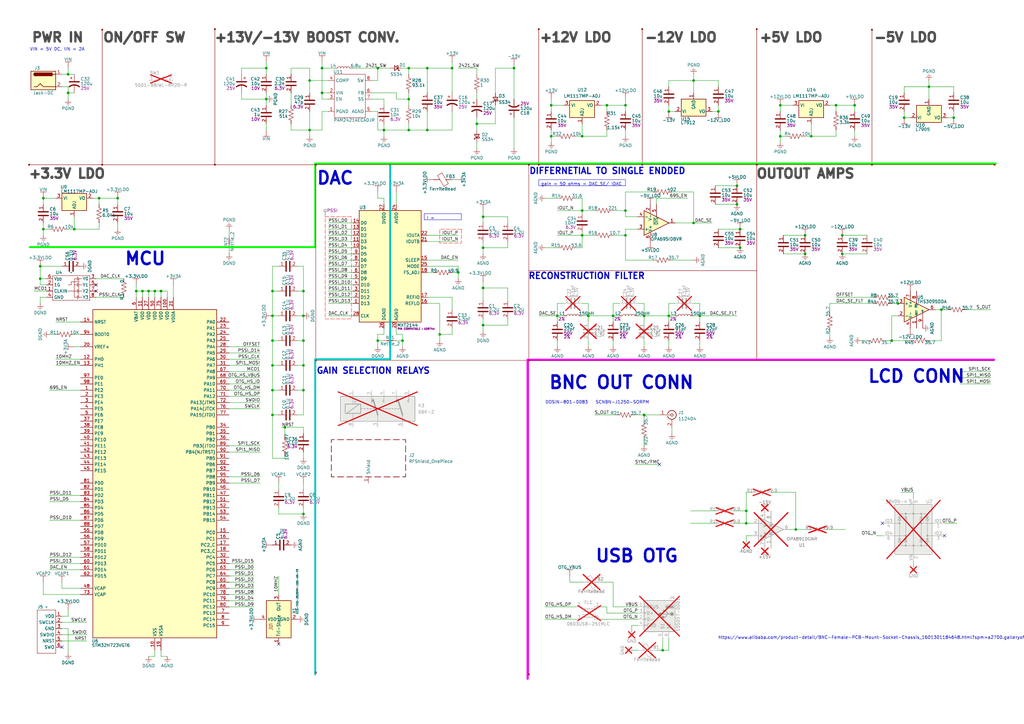
<source format=kicad_sch>
(kicad_sch (version 20250114) (generator "eeschema") (generator_version "9.0")
  (paper "A3")
  (rectangle (start 263.144 67.31) (end 263.652 67.818) (stroke (width 0) (color 132 0 0 1)) (fill (type color) (color 132 0 0 1)))
  (rectangle (start 263.144 11.684) (end 263.652 12.192) (stroke (width 0) (color 132 0 0 1)) (fill (type color) (color 132 0 0 1)))
  (rectangle (start 41.656 11.938) (end 42.164 12.446) (stroke (width 0) (color 132 0 0 1)) (fill (type color) (color 132 0 0 1)))
  (rectangle (start 129.286 67.31) (end 129.794 67.818) (stroke (width 0) (color 132 0 0 1)) (fill (type color) (color 132 0 0 1)))
  (rectangle (start 310.134 11.684) (end 310.642 12.192) (stroke (width 0) (color 132 0 0 1)) (fill (type color) (color 132 0 0 1)))
  (rectangle (start 310.134 67.31) (end 310.642 67.818) (stroke (width 0) (color 132 0 0 1)) (fill (type color) (color 132 0 0 1)))
  (rectangle (start 220.726 11.684) (end 221.234 12.192) (stroke (width 0) (color 132 0 0 1)) (fill (type color) (color 132 0 0 1)))
  (rectangle (start 129.286 147.574) (end 129.794 148.082) (stroke (width 0) (color 132 0 0 1)) (fill (type color) (color 132 0 0 1)))
  (rectangle (start 216.662 147.574) (end 217.17 148.082) (stroke (width 0) (color 132 0 0 1)) (fill (type color) (color 132 0 0 1)))
  (rectangle (start 41.656 67.31) (end 42.164 67.818) (stroke (width 0) (color 132 0 0 1)) (fill (type color) (color 132 0 0 1)))
  (rectangle (start 216.662 276.352) (end 217.17 276.86) (stroke (width 0) (color 132 0 0 1)) (fill (type color) (color 132 0 0 1)))
  (rectangle (start 216.662 67.31) (end 217.17 67.818) (stroke (width 0) (color 132 0 0 1)) (fill (type color) (color 132 0 0 1)))
  (rectangle (start 357.378 11.938) (end 357.886 12.446) (stroke (width 0) (color 132 0 0 1)) (fill (type color) (color 132 0 0 1)))
  (rectangle (start 357.378 67.31) (end 357.886 67.818) (stroke (width 0) (color 132 0 0 1)) (fill (type color) (color 132 0 0 1)))
  (rectangle (start 87.884 11.684) (end 88.392 12.192) (stroke (width 0) (color 132 0 0 1)) (fill (type color) (color 132 0 0 1)))
  (rectangle (start 220.726 67.31) (end 221.234 67.818) (stroke (width 0) (color 132 0 0 1)) (fill (type color) (color 132 0 0 1)))
  (rectangle (start 87.884 67.31) (end 88.392 67.818) (stroke (width 0) (color 132 0 0 1)) (fill (type color) (color 132 0 0 1)))
  (rectangle (start 129.286 275.59) (end 129.794 276.098) (stroke (width 0) (color 132 0 0 1)) (fill (type color) (color 132 0 0 1)))
  (rectangle (start 407.67 67.31) (end 408.178 67.818) (stroke (width 0) (color 132 0 0 1)) (fill (type color) (color 132 0 0 1)))
  (rectangle (start 11.684 67.31) (end 12.192 67.818) (stroke (width 0) (color 132 0 0 1)) (fill (type color) (color 132 0 0 1)))
  (text "https://www.alibaba.com/product-detail/BNC-Female-PCB-Mount-Socket-Chassis_1601301184648.html?spm=a2700.galleryofferlist.normal_offer.d_title.65ca13a0BFZXwC" (at 378.46 261.62 0) (effects (font (size 1.27 1.27))))
  (text "-5V LDO" (at 358.14 17.78 0) (effects (font (size 3.81 3.81) (thickness 1.016) (bold yes)) (justify left bottom)))
  (text "SCNBN-J1250-SORPM" (at 255.27 165.1 0) (effects (font (size 1.27 1.27))))
  (text "GAIN SELECTION RELAYS" (at 176.53 153.67 0) (effects (font (size 2.54 2.54) (thickness 0.508) (bold yes)) (justify right bottom)))
  (text "VIN = 5V DC, IIN = 2A" (at 23.495 20.32 0) (effects (font (size 1.27 1.27))))
  (text "LCD CONN" (at 355.6 157.48 0) (effects (font (size 5.08 5.08) (thickness 1.016) (bold yes)) (justify left bottom)))
  (text "DOSIN-801-0083" (at 232.41 165.1 0) (effects (font (size 1.27 1.27))))
  (text "-12V LDO" (at 264.16 17.78 0) (effects (font (size 3.81 3.81) (thickness 1.016) (bold yes)) (justify left bottom)))
  (text "+5V LDO" (at 311.15 17.78 0) (effects (font (size 3.81 3.81) (thickness 1.016) (bold yes)) (justify left bottom)))
  (text "+12V LDO" (at 220.98 17.78 0) (effects (font (size 3.81 3.81) (thickness 1.016) (bold yes)) (justify left bottom)))
  (text "RECONSTRUCTION FILTER" (at 264.668 114.808 0) (effects (font (size 2.54 2.54) (thickness 0.508) (bold yes)) (justify right bottom)))
  (text "DAC" (at 129.54 76.2 0) (effects (font (size 5.08 5.08) (thickness 1.016) (bold yes)) (justify left bottom)))
  (text "BNC OUT CONN" (at 224.79 160.02 0) (effects (font (size 5.08 5.08) (thickness 1.016) (bold yes)) (justify left bottom)))
  (text "PWR IN" (at 12.7 17.78 0) (effects (font (size 3.81 3.81) (thickness 1.016) (bold yes)) (justify left bottom)))
  (text "+3.3V LDO" (at 11.43 73.66 0) (effects (font (size 3.81 3.81) (thickness 1.016) (bold yes)) (justify left bottom)))
  (text "MCU" (at 50.8 109.22 0) (effects (font (size 5.08 5.08) (thickness 1.016) (bold yes)) (justify left bottom)))
  (text "TIMER" (at 469.9 167.64 0) (effects (font (size 1.27 1.27))))
  (text "OUTOUT AMPS" (at 309.88 73.66 0) (effects (font (size 3.81 3.81) (thickness 1.016) (bold yes)) (justify left bottom)))
  (text "USB OTG" (at 243.84 231.14 0) (effects (font (size 5.08 5.08) (thickness 1.016) (bold yes)) (justify left bottom)))
  (text "+13V/-13V BOOST CONV." (at 87.63 17.78 0) (effects (font (size 3.81 3.81) (thickness 1.016) (bold yes)) (justify left bottom)))
  (text "GPIO" (at 469.341 177.8 0) (effects (font (size 1.27 1.27))))
  (text "ON/OFF SW" (at 41.91 17.78 0) (effects (font (size 3.81 3.81) (thickness 1.016) (bold yes)) (justify left bottom)))
  (text "TIMER" (at 469.9 147.32 0) (effects (font (size 1.27 1.27))))
  (text "SYNC/FREQ COUNT/MOD" (at 467.36 144.78 0) (effects (font (size 5.08 5.08) (thickness 1.016) (bold yes)) (justify left bottom)))
  (text "DIFFERNETIAL TO SINGLE ENDDED" (at 281.305 71.755 0) (effects (font (size 2.54 2.54) (thickness 0.508) (bold yes)) (justify right bottom)))
  (text_box "gain = 50 ohms = DAC_SE/ IDAC" (at 220.98 73.66 0) (size 35.56 2.54) (margins 0.9525 0.9525 0.9525 0.9525) (effects (font (size 1.27 1.27)) (justify left top)))
  (text_box "I = " (at 173.99 87.63 0) (size 15.24 2.54) (margins 0.9525 0.9525 0.9525 0.9525) (effects (font (size 1.27 1.27)) (justify left top)))
  (junction (at 251.46 129.54) (diameter 0.9144))
  (junction (at 274.32 129.54) (diameter 0.9144))
  (junction (at 238.76 96.52))
  (junction (at 350.52 43.18))
  (junction (at 345.44 96.52))
  (junction (at 228.6 129.54) (diameter 0.9144))
  (junction (at 132.08 27.94))
  (junction (at 167.64 27.94))
  (junction (at 27.94 38.1))
  (junction (at 320.04 55.88))
  (junction (at 16.51 109.22))
  (junction (at 175.26 27.94))
  (junction (at 63.5 119.38))
  (junction (at 111.76 139.7))
  (junction (at 210.82 27.94))
  (junction (at 274.32 45.72))
  (junction (at 124.46 119.38))
  (junction (at 17.78 93.98))
  (junction (at 58.42 119.38))
  (junction (at 30.48 93.98))
  (junction (at 17.78 81.28))
  (junction (at 495.3 162.56))
  (junction (at 167.64 40.64))
  (junction (at 381 35.56))
  (junction (at 109.22 40.64))
  (junction (at 345.44 104.14))
  (junction (at 111.76 170.18))
  (junction (at 287.02 129.54))
  (junction (at 154.94 139.7))
  (junction (at 154.94 27.94))
  (junction (at 368.3 124.46))
  (junction (at 127 53.34))
  (junction (at 48.26 81.28))
  (junction (at 16.51 114.3))
  (junction (at 116.84 175.26))
  (junction (at 111.76 149.86))
  (junction (at 238.76 55.88))
  (junction (at 256.54 96.52))
  (junction (at 302.26 83.82))
  (junction (at 111.76 160.02))
  (junction (at 303.53 101.6))
  (junction (at 60.96 119.38))
  (junction (at 294.64 45.72))
  (junction (at 332.74 55.88))
  (junction (at 386.08 127))
  (junction (at 226.06 43.18))
  (junction (at 264.16 170.18))
  (junction (at 226.06 55.88))
  (junction (at 271.78 266.7) (diameter 0.9144))
  (junction (at 195.58 50.8))
  (junction (at 124.46 210.82))
  (junction (at 167.64 53.34))
  (junction (at 175.26 53.34))
  (junction (at 132.08 38.1))
  (junction (at 256.54 43.18))
  (junction (at 111.76 129.54))
  (junction (at 495.3 170.18))
  (junction (at 238.76 86.36))
  (junction (at 198.12 118.11))
  (junction (at 185.42 27.94))
  (junction (at 124.46 160.02))
  (junction (at 284.48 91.44))
  (junction (at 165.1 139.7))
  (junction (at 109.22 27.94))
  (junction (at 365.76 139.7))
  (junction (at 306.07 214.63))
  (junction (at 508 170.18))
  (junction (at 111.76 119.38))
  (junction (at 256.54 86.36))
  (junction (at 27.94 30.48))
  (junction (at 157.48 53.34))
  (junction (at 330.2 96.52))
  (junction (at 391.16 48.26))
  (junction (at 248.92 43.18))
  (junction (at 302.26 76.2))
  (junction (at 370.84 48.26))
  (junction (at 198.12 101.6))
  (junction (at 124.46 149.86))
  (junction (at 180.34 137.16))
  (junction (at 66.04 119.38))
  (junction (at 264.16 129.54))
  (junction (at 320.04 43.18))
  (junction (at 187.96 111.76))
  (junction (at 198.12 133.35))
  (junction (at 284.48 33.02))
  (junction (at 342.9 43.18))
  (junction (at 330.2 104.14))
  (junction (at 55.88 119.38))
  (junction (at 40.64 81.28))
  (junction (at 326.39 217.17))
  (junction (at 127 33.02))
  (junction (at 241.3 129.54))
  (junction (at 303.53 93.98))
  (junction (at 124.46 129.54))
  (junction (at 306.07 209.55))
  (junction (at 124.46 139.7))
  (junction (at 198.12 88.9))
  (no_connect (at 25.4 265.43))
  (no_connect (at 387.35 219.71))
  (no_connect (at 39.37 119.38))
  (no_connect (at 114.3 264.16))
  (no_connect (at 361.95 214.63))
  (no_connect (at 270.51 190.5))
  (no_connect (at 39.37 116.84))
  (wire (pts (xy 17.78 243.84) (xy 33.02 243.84)))
  (wire (pts (xy 287.02 129.54) (xy 302.26 129.54)))
  (wire (pts (xy 274.32 266.7) (xy 274.32 261.62)))
  (wire (pts (xy 93.98 144.78) (xy 106.68 144.78)))
  (wire (pts (xy 271.78 266.7) (xy 271.78 261.62)))
  (wire (pts (xy 261.62 124.46) (xy 264.16 124.46)))
  (wire (pts (xy 275.59 78.74) (xy 284.48 78.74)))
  (wire (pts (xy 25.4 252.73) (xy 27.94 252.73)))
  (wire (pts (xy 16.51 121.92) (xy 19.05 121.92)))
  (wire (pts (xy 381 139.7) (xy 386.08 139.7)))
  (wire (pts (xy 27.94 257.81) (xy 25.4 257.81)))
  (wire (pts (xy 93.98 162.56) (xy 106.68 162.56)))
  (wire (pts (xy 17.78 93.98) (xy 17.78 96.52)))
  (polyline (pts (xy 129.54 147.828) (xy 407.924 147.828)) (stroke (width 0) (color 132 0 0 1)))
  (wire (pts (xy 109.22 50.8) (xy 109.22 53.34)))
  (wire (pts (xy 111.76 149.86) (xy 114.3 149.86)))
  (wire (pts (xy 124.46 175.26) (xy 124.46 177.8)))
  (wire (pts (xy 119.38 53.34) (xy 127 53.34)))
  (wire (pts (xy 198.12 99.06) (xy 198.12 101.6)))
  (wire (pts (xy 392.43 214.63) (xy 387.35 214.63)))
  (wire (pts (xy 119.38 50.8) (xy 119.38 53.34)))
  (wire (pts (xy 124.46 160.02) (xy 124.46 149.86)))
  (wire (pts (xy 157.48 134.62) (xy 157.48 137.16)))
  (wire (pts (xy 326.39 217.17) (xy 331.47 217.17)))
  (wire (pts (xy 152.4 45.72) (xy 154.94 45.72)))
  (wire (pts (xy 195.58 50.8) (xy 203.2 50.8)))
  (wire (pts (xy 17.78 91.44) (xy 17.78 93.98)))
  (wire (pts (xy 365.76 139.7) (xy 373.38 139.7)))
  (polyline (pts (xy 160.02 67.31) (xy 160.02 147.32)) (stroke (width 0.762) (color 0 194 194 1)))
  (wire (pts (xy 320.04 55.88) (xy 322.58 55.88)))
  (wire (pts (xy 306.07 219.71) (xy 306.07 222.25)))
  (wire (pts (xy 505.46 170.18) (xy 508 170.18)))
  (wire (pts (xy 93.98 157.48) (xy 106.68 157.48)))
  (wire (pts (xy 93.98 231.14) (xy 104.14 231.14)))
  (wire (pts (xy 386.08 127) (xy 388.62 127)))
  (wire (pts (xy 39.37 121.92) (xy 50.8 121.92)))
  (wire (pts (xy 63.5 269.24) (xy 63.5 266.7)))
  (wire (pts (xy 63.5 119.38) (xy 66.04 119.38)))
  (wire (pts (xy 66.04 266.7) (xy 66.04 269.24)))
  (wire (pts (xy 365.76 139.7) (xy 363.22 139.7)))
  (wire (pts (xy 30.48 88.9) (xy 30.48 93.98)))
  (wire (pts (xy 223.52 101.6) (xy 228.6 101.6)))
  (wire (pts (xy 226.06 43.18) (xy 226.06 45.72)))
  (polyline (pts (xy 310.388 73.66) (xy 310.388 147.828)) (stroke (width 0.1778) (color 132 0 0 1)))
  (wire (pts (xy 203.2 43.18) (xy 203.2 50.8)))
  (wire (pts (xy 127 53.34) (xy 132.08 53.34)))
  (wire (pts (xy 152.4 40.64) (xy 157.48 40.64)))
  (polyline (pts (xy 12.192 101.6) (xy 129.54 101.6)) (stroke (width 0.1778) (color 132 0 0 1)))
  (wire (pts (xy 154.94 81.28) (xy 157.48 81.28)))
  (wire (pts (xy 134.62 96.52) (xy 144.78 96.52)))
  (wire (pts (xy 127 33.02) (xy 127 38.1)))
  (wire (pts (xy 134.62 93.98) (xy 144.78 93.98)))
  (wire (pts (xy 162.56 134.62) (xy 162.56 137.16)))
  (wire (pts (xy 340.36 124.46) (xy 340.36 128.27)))
  (wire (pts (xy 66.04 269.24) (xy 68.58 269.24)))
  (wire (pts (xy 165.1 139.7) (xy 165.1 137.16)))
  (wire (pts (xy 93.98 238.76) (xy 104.14 238.76)))
  (wire (pts (xy 293.37 76.2) (xy 302.26 76.2)))
  (wire (pts (xy 198.12 101.6) (xy 198.12 104.14)))
  (wire (pts (xy 16.51 114.3) (xy 16.51 116.84)))
  (wire (pts (xy 275.59 106.68) (xy 284.48 106.68)))
  (wire (pts (xy 261.62 251.46) (xy 248.92 251.46)))
  (wire (pts (xy 111.76 170.18) (xy 114.3 170.18)))
  (wire (pts (xy 226.06 43.18) (xy 231.14 43.18)))
  (wire (pts (xy 246.38 238.76) (xy 251.46 238.76)))
  (wire (pts (xy 391.16 35.56) (xy 391.16 38.1)))
  (wire (pts (xy 55.88 116.84) (xy 55.88 119.38)))
  (wire (pts (xy 157.48 53.34) (xy 167.64 53.34)))
  (wire (pts (xy 132.08 45.72) (xy 134.62 45.72)))
  (wire (pts (xy 22.86 132.08) (xy 33.02 132.08)))
  (wire (pts (xy 134.62 119.38) (xy 144.78 119.38)))
  (wire (pts (xy 274.32 43.18) (xy 274.32 45.72)))
  (wire (pts (xy 124.46 185.42) (xy 124.46 187.96)))
  (wire (pts (xy 33.02 233.68) (xy 20.32 233.68)))
  (wire (pts (xy 180.34 124.46) (xy 180.34 137.16)))
  (wire (pts (xy 228.6 86.36) (xy 238.76 86.36)))
  (wire (pts (xy 124.46 170.18) (xy 124.46 160.02)))
  (wire (pts (xy 93.98 248.92) (xy 104.14 248.92)))
  (wire (pts (xy 99.06 38.1) (xy 99.06 40.64)))
  (wire (pts (xy 294.64 93.98) (xy 303.53 93.98)))
  (wire (pts (xy 259.08 256.54) (xy 259.08 259.08)))
  (wire (pts (xy 175.26 53.34) (xy 185.42 53.34)))
  (polyline (pts (xy 216.916 67.564) (xy 216.916 276.606)) (stroke (width 0) (color 132 0 0 1)))
  (wire (pts (xy 260.35 170.18) (xy 264.16 170.18)))
  (wire (pts (xy 109.22 25.4) (xy 109.22 27.94)))
  (wire (pts (xy 134.62 99.06) (xy 144.78 99.06)))
  (wire (pts (xy 165.1 27.94) (xy 167.64 27.94)))
  (wire (pts (xy 332.74 55.88) (xy 342.9 55.88)))
  (wire (pts (xy 111.76 149.86) (xy 111.76 139.7)))
  (wire (pts (xy 261.62 256.54) (xy 259.08 256.54)))
  (wire (pts (xy 228.6 132.08) (xy 228.6 129.54)))
  (wire (pts (xy 306.07 201.93) (xy 308.61 201.93)))
  (wire (pts (xy 198.12 130.81) (xy 198.12 133.35)))
  (wire (pts (xy 256.54 88.9) (xy 261.62 88.9)))
  (wire (pts (xy 238.76 124.46) (xy 241.3 124.46)))
  (wire (pts (xy 162.56 139.7) (xy 165.1 139.7)))
  (wire (pts (xy 300.99 209.55) (xy 306.07 209.55)))
  (wire (pts (xy 251.46 132.08) (xy 251.46 129.54)))
  (wire (pts (xy 228.6 124.46) (xy 231.14 124.46)))
  (wire (pts (xy 284.48 33.02) (xy 284.48 38.1)))
  (wire (pts (xy 134.62 106.68) (xy 144.78 106.68)))
  (wire (pts (xy 33.02 203.2) (xy 20.32 203.2)))
  (wire (pts (xy 274.32 33.02) (xy 274.32 35.56)))
  (wire (pts (xy 60.96 119.38) (xy 60.96 121.92)))
  (wire (pts (xy 17.78 238.76) (xy 17.78 243.84)))
  (wire (pts (xy 132.08 27.94) (xy 137.16 27.94)))
  (wire (pts (xy 251.46 96.52) (xy 256.54 96.52)))
  (wire (pts (xy 269.24 81.28) (xy 281.94 81.28)))
  (wire (pts (xy 256.54 53.34) (xy 256.54 55.88)))
  (wire (pts (xy 251.46 86.36) (xy 256.54 86.36)))
  (wire (pts (xy 294.64 101.6) (xy 303.53 101.6)))
  (wire (pts (xy 187.96 27.94) (xy 195.58 27.94)))
  (wire (pts (xy 264.16 139.7) (xy 264.16 142.24)))
  (wire (pts (xy 134.62 124.46) (xy 144.78 124.46)))
  (wire (pts (xy 381 33.02) (xy 381 35.56)))
  (wire (pts (xy 119.38 27.94) (xy 119.38 30.48)))
  (wire (pts (xy 264.16 124.46) (xy 264.16 129.54)))
  (wire (pts (xy 223.52 248.92) (xy 236.22 248.92)))
  (wire (pts (xy 134.62 111.76) (xy 144.78 111.76)))
  (wire (pts (xy 154.94 139.7) (xy 154.94 142.24)))
  (wire (pts (xy 370.84 35.56) (xy 370.84 38.1)))
  (wire (pts (xy 256.54 93.98) (xy 261.62 93.98)))
  (wire (pts (xy 121.92 129.54) (xy 124.46 129.54)))
  (wire (pts (xy 30.48 137.16) (xy 33.02 137.16)))
  (wire (pts (xy 306.07 219.71) (xy 308.61 219.71)))
  (wire (pts (xy 284.48 78.74) (xy 284.48 91.44)))
  (wire (pts (xy 210.82 27.94) (xy 210.82 40.64)))
  (wire (pts (xy 248.92 248.92) (xy 246.38 248.92)))
  (wire (pts (xy 134.62 116.84) (xy 144.78 116.84)))
  (wire (pts (xy 350.52 53.34) (xy 350.52 55.88)))
  (wire (pts (xy 157.48 40.64) (xy 157.48 43.18)))
  (wire (pts (xy 345.44 96.52) (xy 355.6 96.52)))
  (wire (pts (xy 30.48 142.24) (xy 33.02 142.24)))
  (wire (pts (xy 381 35.56) (xy 381 40.64)))
  (wire (pts (xy 111.76 170.18) (xy 111.76 160.02)))
  (wire (pts (xy 198.12 88.9) (xy 198.12 91.44)))
  (wire (pts (xy 238.76 86.36) (xy 243.84 86.36)))
  (wire (pts (xy 124.46 129.54) (xy 124.46 119.38)))
  (wire (pts (xy 467.36 170.18) (xy 477.52 170.18)))
  (polyline (pts (xy 129.286 147.828) (xy 129.286 276.606)) (stroke (width 0.762) (color 0 194 194 1)))
  (wire (pts (xy 30.48 93.98) (xy 40.64 93.98)))
  (wire (pts (xy 16.51 109.22) (xy 16.51 114.3)))
  (wire (pts (xy 342.9 53.34) (xy 342.9 55.88)))
  (wire (pts (xy 93.98 160.02) (xy 106.68 160.02)))
  (wire (pts (xy 261.62 248.92) (xy 251.46 248.92)))
  (wire (pts (xy 342.9 121.92) (xy 358.14 121.92)))
  (wire (pts (xy 393.7 157.48) (xy 406.4 157.48)))
  (wire (pts (xy 132.08 38.1) (xy 132.08 40.64)))
  (polyline (pts (xy 216.408 147.574) (xy 216.408 278.384)) (stroke (width 0.889) (color 255 0 255 1)))
  (wire (pts (xy 198.12 115.57) (xy 198.12 118.11)))
  (wire (pts (xy 17.78 81.28) (xy 22.86 81.28)))
  (wire (pts (xy 276.86 91.44) (xy 284.48 91.44)))
  (wire (pts (xy 154.94 139.7) (xy 157.48 139.7)))
  (wire (pts (xy 208.28 130.81) (xy 208.28 133.35)))
  (wire (pts (xy 132.08 27.94) (xy 132.08 38.1)))
  (wire (pts (xy 185.42 111.76) (xy 187.96 111.76)))
  (wire (pts (xy 93.98 182.88) (xy 106.68 182.88)))
  (wire (pts (xy 467.36 180.34) (xy 482.6 180.34)))
  (wire (pts (xy 274.32 129.54) (xy 276.86 129.54)))
  (wire (pts (xy 27.94 250.19) (xy 27.94 252.73)))
  (wire (pts (xy 210.82 26.67) (xy 210.82 27.94)))
  (wire (pts (xy 124.46 139.7) (xy 124.46 129.54)))
  (wire (pts (xy 121.92 139.7) (xy 124.46 139.7)))
  (wire (pts (xy 93.98 154.94) (xy 106.68 154.94)))
  (wire (pts (xy 226.06 53.34) (xy 226.06 55.88)))
  (wire (pts (xy 374.65 204.47) (xy 374.65 201.93)))
  (wire (pts (xy 246.38 43.18) (xy 248.92 43.18)))
  (wire (pts (xy 40.64 81.28) (xy 48.26 81.28)))
  (wire (pts (xy 27.94 27.94) (xy 27.94 30.48)))
  (wire (pts (xy 195.58 27.94) (xy 195.58 30.48)))
  (wire (pts (xy 27.94 35.56) (xy 27.94 38.1)))
  (wire (pts (xy 175.26 124.46) (xy 180.34 124.46)))
  (polyline (pts (xy 263.398 11.938) (xy 263.398 67.564)) (stroke (width 0.1778) (color 132 0 0 1)))
  (wire (pts (xy 241.3 129.54) (xy 241.3 132.08)))
  (wire (pts (xy 248.92 43.18) (xy 256.54 43.18)))
  (wire (pts (xy 284.48 124.46) (xy 287.02 124.46)))
  (wire (pts (xy 38.1 81.28) (xy 40.64 81.28)))
  (wire (pts (xy 167.64 27.94) (xy 175.26 27.94)))
  (wire (pts (xy 238.76 96.52) (xy 243.84 96.52)))
  (wire (pts (xy 27.94 267.97) (xy 27.94 257.81)))
  (wire (pts (xy 236.22 55.88) (xy 238.76 55.88)))
  (wire (pts (xy 321.31 96.52) (xy 330.2 96.52)))
  (wire (pts (xy 198.12 118.11) (xy 198.12 123.19)))
  (wire (pts (xy 111.76 129.54) (xy 111.76 119.38)))
  (wire (pts (xy 355.6 139.7) (xy 353.06 139.7)))
  (wire (pts (xy 320.04 43.18) (xy 325.12 43.18)))
  (wire (pts (xy 284.48 33.02) (xy 294.64 33.02)))
  (wire (pts (xy 340.36 43.18) (xy 342.9 43.18)))
  (wire (pts (xy 248.92 43.18) (xy 248.92 45.72)))
  (wire (pts (xy 370.84 45.72) (xy 370.84 48.26)))
  (wire (pts (xy 283.21 209.55) (xy 293.37 209.55)))
  (wire (pts (xy 264.16 129.54) (xy 274.32 129.54)))
  (wire (pts (xy 261.62 266.7) (xy 259.08 266.7)))
  (wire (pts (xy 48.26 91.44) (xy 48.26 93.98)))
  (wire (pts (xy 25.4 255.27) (xy 35.56 255.27)))
  (wire (pts (xy 119.38 27.94) (xy 127 27.94)))
  (wire (pts (xy 233.68 238.76) (xy 233.68 236.22)))
  (wire (pts (xy 157.48 55.88) (xy 157.48 53.34)))
  (wire (pts (xy 165.1 137.16) (xy 162.56 137.16)))
  (wire (pts (xy 55.88 119.38) (xy 58.42 119.38)))
  (wire (pts (xy 116.84 175.26) (xy 124.46 175.26)))
  (wire (pts (xy 27.94 38.1) (xy 30.48 38.1)))
  (wire (pts (xy 175.26 96.52) (xy 187.96 96.52)))
  (wire (pts (xy 187.96 111.76) (xy 187.96 114.3)))
  (wire (pts (xy 294.64 43.18) (xy 294.64 45.72)))
  (wire (pts (xy 287.02 139.7) (xy 287.02 142.24)))
  (wire (pts (xy 261.62 129.54) (xy 264.16 129.54)))
  (wire (pts (xy 25.4 260.35) (xy 35.56 260.35)))
  (wire (pts (xy 93.98 241.3) (xy 104.14 241.3)))
  (wire (pts (xy 111.76 109.22) (xy 114.3 109.22)))
  (wire (pts (xy 180.34 137.16) (xy 180.34 139.7)))
  (wire (pts (xy 223.52 81.28) (xy 228.6 81.28)))
  (wire (pts (xy 238.76 86.36) (xy 238.76 87.63)))
  (polyline (pts (xy 216.408 147.574) (xy 407.67 147.574)) (stroke (width 0.889) (color 255 0 255 1)))
  (wire (pts (xy 256.54 78.74) (xy 256.54 86.36)))
  (wire (pts (xy 114.3 208.28) (xy 114.3 210.82)))
  (wire (pts (xy 241.3 139.7) (xy 241.3 142.24)))
  (polyline (pts (xy 88.138 12.192) (xy 88.138 67.564)) (stroke (width 0.1778) (color 132 0 0 1)))
  (wire (pts (xy 269.24 266.7) (xy 271.78 266.7)))
  (wire (pts (xy 391.16 48.26) (xy 388.62 48.26)))
  (wire (pts (xy 226.06 55.88) (xy 228.6 55.88)))
  (wire (pts (xy 374.65 201.93) (xy 369.57 201.93)))
  (wire (pts (xy 25.4 35.56) (xy 27.94 35.56)))
  (wire (pts (xy 208.28 88.9) (xy 208.28 91.44)))
  (polyline (pts (xy 129.286 147.32) (xy 160.02 147.32)) (stroke (width 0.762) (color 0 194 194 1)))
  (wire (pts (xy 323.85 217.17) (xy 326.39 217.17)))
  (wire (pts (xy 93.98 195.58) (xy 106.68 195.58)))
  (wire (pts (xy 109.22 38.1) (xy 109.22 40.64)))
  (wire (pts (xy 345.44 104.14) (xy 355.6 104.14)))
  (wire (pts (xy 175.26 27.94) (xy 175.26 38.1)))
  (wire (pts (xy 154.94 53.34) (xy 157.48 53.34)))
  (wire (pts (xy 383.54 127) (xy 386.08 127)))
  (wire (pts (xy 391.16 45.72) (xy 391.16 48.26)))
  (wire (pts (xy 467.36 152.4) (xy 495.3 152.4)))
  (wire (pts (xy 386.08 127) (xy 386.08 139.7)))
  (wire (pts (xy 274.32 124.46) (xy 276.86 124.46)))
  (wire (pts (xy 256.54 78.74) (xy 267.97 78.74)))
  (wire (pts (xy 121.92 149.86) (xy 124.46 149.86)))
  (wire (pts (xy 99.06 27.94) (xy 109.22 27.94)))
  (wire (pts (xy 25.4 262.89) (xy 35.56 262.89)))
  (wire (pts (xy 264.16 170.18) (xy 270.51 170.18)))
  (wire (pts (xy 283.21 214.63) (xy 293.37 214.63)))
  (wire (pts (xy 93.98 233.68) (xy 104.14 233.68)))
  (wire (pts (xy 167.64 27.94) (xy 167.64 30.48)))
  (wire (pts (xy 175.26 99.06) (xy 187.96 99.06)))
  (wire (pts (xy 185.42 25.4) (xy 185.42 27.94)))
  (wire (pts (xy 243.84 170.18) (xy 252.73 170.18)))
  (wire (pts (xy 374.65 229.87) (xy 374.65 232.41)))
  (wire (pts (xy 495.3 170.18) (xy 497.84 170.18)))
  (polyline (pts (xy 129.286 67.056) (xy 408.432 67.056)) (stroke (width 0.762) (color 0 255 0 0.6)))
  (wire (pts (xy 236.22 101.6) (xy 238.76 101.6)))
  (wire (pts (xy 238.76 96.52) (xy 238.76 95.25)))
  (wire (pts (xy 370.84 48.26) (xy 373.38 48.26)))
  (wire (pts (xy 396.24 127) (xy 406.4 127)))
  (wire (pts (xy 365.76 129.54) (xy 368.3 129.54)))
  (wire (pts (xy 342.9 43.18) (xy 342.9 45.72)))
  (wire (pts (xy 109.22 40.64) (xy 109.22 43.18)))
  (wire (pts (xy 40.64 91.44) (xy 40.64 93.98)))
  (wire (pts (xy 251.46 139.7) (xy 251.46 142.24)))
  (wire (pts (xy 13.97 119.38) (xy 19.05 119.38)))
  (wire (pts (xy 152.4 33.02) (xy 154.94 33.02)))
  (wire (pts (xy 25.4 30.48) (xy 27.94 30.48)))
  (wire (pts (xy 251.46 124.46) (xy 251.46 129.54)))
  (polyline (pts (xy 310.388 11.938) (xy 310.388 73.66)) (stroke (width 0.1778) (color 132 0 0 1)))
  (wire (pts (xy 284.48 30.48) (xy 284.48 33.02)))
  (wire (pts (xy 261.62 254) (xy 246.38 254)))
  (wire (pts (xy 109.22 27.94) (xy 109.22 30.48)))
  (wire (pts (xy 111.76 129.54) (xy 114.3 129.54)))
  (wire (pts (xy 93.98 142.24) (xy 106.68 142.24)))
  (wire (pts (xy 287.02 129.54) (xy 287.02 132.08)))
  (wire (pts (xy 127 53.34) (xy 127 55.88)))
  (polyline (pts (xy 129.286 67.056) (xy 129.286 101.346)) (stroke (width 0.762) (color 0 255 0 1)))
  (wire (pts (xy 294.64 45.72) (xy 292.1 45.72)))
  (wire (pts (xy 93.98 104.14) (xy 93.98 101.6)))
  (wire (pts (xy 25.4 238.76) (xy 25.4 241.3)))
  (wire (pts (xy 241.3 124.46) (xy 241.3 129.54)))
  (wire (pts (xy 99.06 40.64) (xy 109.22 40.64)))
  (wire (pts (xy 185.42 27.94) (xy 185.42 38.1)))
  (wire (pts (xy 306.07 209.55) (xy 306.07 214.63)))
  (wire (pts (xy 124.46 149.86) (xy 124.46 139.7)))
  (wire (pts (xy 303.53 93.98) (xy 304.8 93.98)))
  (wire (pts (xy 111.76 160.02) (xy 111.76 149.86)))
  (wire (pts (xy 134.62 104.14) (xy 144.78 104.14)))
  (wire (pts (xy 124.46 119.38) (xy 124.46 109.22)))
  (wire (pts (xy 256.54 106.68) (xy 267.97 106.68)))
  (wire (pts (xy 256.54 93.98) (xy 256.54 96.52)))
  (polyline (pts (xy 129.54 67.564) (xy 129.54 275.844)) (stroke (width 0) (color 132 0 0 1)))
  (wire (pts (xy 316.23 201.93) (xy 326.39 201.93)))
  (wire (pts (xy 16.51 114.3) (xy 19.05 114.3)))
  (wire (pts (xy 330.2 55.88) (xy 332.74 55.88)))
  (wire (pts (xy 287.02 124.46) (xy 287.02 129.54)))
  (wire (pts (xy 251.46 129.54) (xy 254 129.54)))
  (wire (pts (xy 271.78 266.7) (xy 274.32 266.7)))
  (wire (pts (xy 264.16 182.88) (xy 264.16 180.34)))
  (wire (pts (xy 48.26 81.28) (xy 48.26 83.82)))
  (wire (pts (xy 71.12 116.84) (xy 71.12 121.92)))
  (wire (pts (xy 58.42 119.38) (xy 60.96 119.38)))
  (wire (pts (xy 241.3 129.54) (xy 251.46 129.54)))
  (wire (pts (xy 321.31 104.14) (xy 330.2 104.14)))
  (wire (pts (xy 60.96 269.24) (xy 63.5 269.24)))
  (wire (pts (xy 256.54 96.52) (xy 256.54 106.68)))
  (wire (pts (xy 381 35.56) (xy 391.16 35.56)))
  (wire (pts (xy 251.46 124.46) (xy 254 124.46)))
  (wire (pts (xy 66.04 119.38) (xy 68.58 119.38)))
  (wire (pts (xy 162.56 40.64) (xy 167.64 40.64)))
  (wire (pts (xy 116.84 175.26) (xy 116.84 179.07)))
  (wire (pts (xy 274.32 33.02) (xy 284.48 33.02)))
  (wire (pts (xy 365.76 129.54) (xy 365.76 139.7)))
  (wire (pts (xy 236.22 81.28) (xy 238.76 81.28)))
  (wire (pts (xy 134.62 129.54) (xy 144.78 129.54)))
  (wire (pts (xy 63.5 119.38) (xy 63.5 121.92)))
  (wire (pts (xy 111.76 170.18) (xy 111.76 187.96)))
  (wire (pts (xy 93.98 236.22) (xy 104.14 236.22)))
  (wire (pts (xy 293.37 83.82) (xy 302.26 83.82)))
  (wire (pts (xy 365.76 124.46) (xy 368.3 124.46)))
  (wire (pts (xy 175.26 27.94) (xy 185.42 27.94)))
  (wire (pts (xy 185.42 121.92) (xy 185.42 127)))
  (wire (pts (xy 195.58 50.8) (xy 195.58 53.34)))
  (wire (pts (xy 198.12 133.35) (xy 208.28 133.35)))
  (wire (pts (xy 27.94 93.98) (xy 30.48 93.98)))
  (wire (pts (xy 93.98 198.12) (xy 106.68 198.12)))
  (wire (pts (xy 187.96 111.76) (xy 187.96 109.22)))
  (wire (pts (xy 365.76 121.92) (xy 368.3 121.92)))
  (wire (pts (xy 370.84 35.56) (xy 381 35.56)))
  (wire (pts (xy 134.62 101.6) (xy 144.78 101.6)))
  (wire (pts (xy 223.52 254) (xy 236.22 254)))
  (wire (pts (xy 17.78 81.28) (xy 17.78 83.82)))
  (wire (pts (xy 175.26 45.72) (xy 175.26 53.34)))
  (wire (pts (xy 16.51 116.84) (xy 19.05 116.84)))
  (wire (pts (xy 508 172.72) (xy 508 170.18)))
  (wire (pts (xy 33.02 231.14) (xy 20.32 231.14)))
  (wire (pts (xy 256.54 86.36) (xy 256.54 88.9)))
  (wire (pts (xy 114.3 243.84) (xy 114.3 236.22)))
  (wire (pts (xy 393.7 154.94) (xy 406.4 154.94)))
  (wire (pts (xy 154.94 137.16) (xy 157.48 137.16)))
  (wire (pts (xy 132.08 45.72) (xy 132.08 53.34)))
  (wire (pts (xy 175.26 106.68) (xy 187.96 106.68)))
  (wire (pts (xy 198.12 88.9) (xy 208.28 88.9)))
  (wire (pts (xy 320.04 53.34) (xy 320.04 55.88)))
  (wire (pts (xy 495.3 162.56) (xy 502.92 162.56)))
  (wire (pts (xy 248.92 251.46) (xy 248.92 248.92)))
  (wire (pts (xy 93.98 93.98) (xy 93.98 96.52)))
  (wire (pts (xy 332.74 50.8) (xy 332.74 55.88)))
  (wire (pts (xy 326.39 201.93) (xy 326.39 217.17)))
  (wire (pts (xy 33.02 213.36) (xy 20.32 213.36)))
  (wire (pts (xy 114.3 210.82) (xy 124.46 210.82)))
  (wire (pts (xy 248.92 53.34) (xy 248.92 55.88)))
  (wire (pts (xy 306.07 201.93) (xy 306.07 209.55)))
  (wire (pts (xy 154.94 45.72) (xy 154.94 53.34)))
  (wire (pts (xy 167.64 53.34) (xy 175.26 53.34)))
  (wire (pts (xy 294.64 33.02) (xy 294.64 35.56)))
  (wire (pts (xy 320.04 55.88) (xy 320.04 58.42)))
  (wire (pts (xy 274.32 139.7) (xy 274.32 142.24)))
  (wire (pts (xy 340.36 124.46) (xy 358.14 124.46)))
  (wire (pts (xy 274.32 132.08) (xy 274.32 129.54)))
  (wire (pts (xy 495.3 162.56) (xy 495.3 170.18)))
  (polyline (pts (xy 216.916 110.998) (xy 310.388 110.998)) (stroke (width 0.1778) (color 132 0 0 1)))
  (wire (pts (xy 238.76 238.76) (xy 233.68 238.76)))
  (wire (pts (xy 238.76 50.8) (xy 238.76 55.88)))
  (wire (pts (xy 68.58 119.38) (xy 68.58 121.92)))
  (polyline (pts (xy 357.632 11.938) (xy 357.632 67.564)) (stroke (width 0.1778) (color 132 0 0 1)))
  (wire (pts (xy 203.2 27.94) (xy 203.2 38.1)))
  (wire (pts (xy 127 33.02) (xy 134.62 33.02)))
  (wire (pts (xy 134.62 121.92) (xy 144.78 121.92)))
  (wire (pts (xy 119.38 38.1) (xy 119.38 43.18)))
  (wire (pts (xy 487.68 170.18) (xy 495.3 170.18)))
  (wire (pts (xy 368.3 121.92) (xy 368.3 124.46)))
  (wire (pts (xy 22.86 149.86) (xy 33.02 149.86)))
  (wire (pts (xy 111.76 129.54) (xy 111.76 139.7)))
  (wire (pts (xy 111.76 187.96) (xy 116.84 187.96)))
  (wire (pts (xy 195.58 38.1) (xy 195.58 40.64)))
  (wire (pts (xy 154.94 27.94) (xy 154.94 33.02)))
  (wire (pts (xy 339.09 217.17) (xy 346.71 217.17)))
  (wire (pts (xy 175.26 109.22) (xy 187.96 109.22)))
  (wire (pts (xy 111.76 119.38) (xy 114.3 119.38)))
  (wire (pts (xy 93.98 167.64) (xy 106.68 167.64)))
  (wire (pts (xy 93.98 147.32) (xy 106.68 147.32)))
  (wire (pts (xy 256.54 40.64) (xy 256.54 43.18)))
  (wire (pts (xy 25.4 241.3) (xy 33.02 241.3)))
  (wire (pts (xy 154.94 137.16) (xy 154.94 139.7)))
  (wire (pts (xy 167.64 40.64) (xy 167.64 43.18)))
  (wire (pts (xy 66.04 119.38) (xy 66.04 121.92)))
  (wire (pts (xy 195.58 58.42) (xy 195.58 60.96)))
  (wire (pts (xy 185.42 45.72) (xy 185.42 53.34)))
  (wire (pts (xy 124.46 208.28) (xy 124.46 210.82)))
  (wire (pts (xy 180.34 137.16) (xy 185.42 137.16)))
  (wire (pts (xy 198.12 101.6) (xy 208.28 101.6)))
  (wire (pts (xy 198.12 118.11) (xy 208.28 118.11)))
  (wire (pts (xy 93.98 152.4) (xy 106.68 152.4)))
  (wire (pts (xy 16.51 124.46) (xy 16.51 121.92)))
  (wire (pts (xy 495.3 152.4) (xy 495.3 162.56)))
  (wire (pts (xy 162.56 38.1) (xy 162.56 40.64)))
  (wire (pts (xy 16.51 109.22) (xy 25.4 109.22)))
  (wire (pts (xy 132.08 38.1) (xy 134.62 38.1)))
  (wire (pts (xy 20.32 137.16) (xy 22.86 137.16)))
  (wire (pts (xy 39.37 114.3) (xy 50.8 114.3)))
  (wire (pts (xy 154.94 27.94) (xy 160.02 27.94)))
  (wire (pts (xy 306.07 214.63) (xy 308.61 214.63)))
  (wire (pts (xy 121.92 109.22) (xy 124.46 109.22)))
  (wire (pts (xy 157.48 81.28) (xy 157.48 83.82)))
  (wire (pts (xy 93.98 185.42) (xy 106.68 185.42)))
  (wire (pts (xy 167.64 38.1) (xy 167.64 40.64)))
  (wire (pts (xy 284.48 129.54) (xy 287.02 129.54)))
  (wire (pts (xy 393.7 152.4) (xy 406.4 152.4)))
  (wire (pts (xy 124.46 198.12) (xy 124.46 200.66)))
  (wire (pts (xy 350.52 43.18) (xy 350.52 45.72)))
  (wire (pts (xy 93.98 165.1) (xy 106.68 165.1)))
  (wire (pts (xy 116.84 186.69) (xy 116.84 187.96)))
  (wire (pts (xy 111.76 160.02) (xy 114.3 160.02)))
  (wire (pts (xy 132.08 40.64) (xy 134.62 40.64)))
  (wire (pts (xy 238.76 55.88) (xy 248.92 55.88)))
  (polyline (pts (xy 11.938 67.564) (xy 407.924 67.564)) (stroke (width 0) (color 132 0 0 1)))
  (wire (pts (xy 195.58 48.26) (xy 195.58 50.8)))
  (wire (pts (xy 228.6 129.54) (xy 231.14 129.54)))
  (wire (pts (xy 175.26 121.92) (xy 185.42 121.92)))
  (wire (pts (xy 33.02 228.6) (xy 20.32 228.6)))
  (wire (pts (xy 320.04 43.18) (xy 320.04 45.72)))
  (wire (pts (xy 111.76 119.38) (xy 111.76 109.22)))
  (wire (pts (xy 208.28 118.11) (xy 208.28 123.19)))
  (wire (pts (xy 33.02 160.02) (xy 20.32 160.02)))
  (wire (pts (xy 269.24 81.28) (xy 269.24 83.82)))
  (wire (pts (xy 210.82 48.26) (xy 210.82 60.96)))
  (wire (pts (xy 342.9 43.18) (xy 350.52 43.18)))
  (wire (pts (xy 203.2 27.94) (xy 210.82 27.94)))
  (wire (pts (xy 121.92 160.02) (xy 124.46 160.02)))
  (wire (pts (xy 22.86 147.32) (xy 33.02 147.32)))
  (wire (pts (xy 228.6 139.7) (xy 228.6 142.24)))
  (polyline (pts (xy 12.192 101.346) (xy 129.286 101.346)) (stroke (width 0.762) (color 0 255 0 1)))
  (polyline (pts (xy 220.98 12.192) (xy 220.98 67.564)) (stroke (width 0.1778) (color 132 0 0 1)))
  (wire (pts (xy 33.02 205.74) (xy 20.32 205.74)))
  (wire (pts (xy 228.6 124.46) (xy 228.6 129.54)))
  (wire (pts (xy 27.94 38.1) (xy 27.94 40.64)))
  (wire (pts (xy 274.32 45.72) (xy 276.86 45.72)))
  (wire (pts (xy 508 170.18) (xy 508 167.64)))
  (wire (pts (xy 185.42 134.62) (xy 185.42 137.16)))
  (wire (pts (xy 121.92 119.38) (xy 124.46 119.38)))
  (wire (pts (xy 226.06 40.64) (xy 226.06 43.18)))
  (wire (pts (xy 115.57 175.26) (xy 116.84 175.26)))
  (wire (pts (xy 93.98 149.86) (xy 106.68 149.86)))
  (wire (pts (xy 208.28 99.06) (xy 208.28 101.6)))
  (wire (pts (xy 127 45.72) (xy 127 53.34)))
  (wire (pts (xy 167.64 50.8) (xy 167.64 53.34)))
  (wire (pts (xy 275.59 175.26) (xy 275.59 177.8)))
  (wire (pts (xy 111.76 139.7) (xy 114.3 139.7)))
  (wire (pts (xy 144.78 27.94) (xy 154.94 27.94)))
  (wire (pts (xy 482.6 177.8) (xy 482.6 180.34)))
  (wire (pts (xy 17.78 93.98) (xy 20.32 93.98)))
  (wire (pts (xy 260.35 190.5) (xy 270.51 190.5)))
  (wire (pts (xy 220.98 129.54) (xy 228.6 129.54)))
  (wire (pts (xy 264.16 129.54) (xy 264.16 132.08)))
  (wire (pts (xy 256.54 43.18) (xy 256.54 45.72)))
  (wire (pts (xy 154.94 81.28) (xy 154.94 78.74)))
  (wire (pts (xy 228.6 96.52) (xy 238.76 96.52)))
  (wire (pts (xy 58.42 119.38) (xy 58.42 121.92)))
  (wire (pts (xy 93.98 243.84) (xy 104.14 243.84)))
  (wire (pts (xy 93.98 246.38) (xy 104.14 246.38)))
  (wire (pts (xy 127 27.94) (xy 127 33.02)))
  (wire (pts (xy 238.76 129.54) (xy 241.3 129.54)))
  (wire (pts (xy 134.62 91.44) (xy 144.78 91.44)))
  (wire (pts (xy 121.92 170.18) (xy 124.46 170.18)))
  (wire (pts (xy 60.96 119.38) (xy 63.5 119.38)))
  (wire (pts (xy 152.4 38.1) (xy 162.56 38.1)))
  (wire (pts (xy 40.64 81.28) (xy 40.64 83.82)))
  (wire (pts (xy 251.46 238.76) (xy 251.46 248.92)))
  (wire (pts (xy 274.32 124.46) (xy 274.32 129.54)))
  (wire (pts (xy 165.1 142.24) (xy 165.1 139.7)))
  (wire (pts (xy 238.76 81.28) (xy 238.76 86.36)))
  (wire (pts (xy 132.08 25.4) (xy 132.08 27.94)))
  (wire (pts (xy 186.69 73.66) (xy 185.42 73.66)))
  (wire (pts (xy 264.16 170.18) (xy 264.16 172.72)))
  (wire (pts (xy 157.48 50.8) (xy 157.48 53.34)))
  (polyline (pts (xy 41.91 12.192) (xy 41.91 67.564)) (stroke (width 0.1778) (color 132 0 0 1)))
  (wire (pts (xy 134.62 109.22) (xy 144.78 109.22)))
  (wire (pts (xy 198.12 86.36) (xy 198.12 88.9)))
  (wire (pts (xy 134.62 114.3) (xy 144.78 114.3)))
  (wire (pts (xy 27.94 30.48) (xy 30.48 30.48)))
  (wire (pts (xy 284.48 91.44) (xy 292.1 91.44)))
  (wire (pts (xy 114.3 198.12) (xy 114.3 200.66)))
  (wire (pts (xy 340.36 138.43) (xy 340.36 135.89)))
  (wire (pts (xy 99.06 27.94) (xy 99.06 30.48)))
  (wire (pts (xy 361.95 219.71) (xy 359.41 219.71)))
  (wire (pts (xy 175.26 111.76) (xy 177.8 111.76)))
  (wire (pts (xy 238.76 96.52) (xy 238.76 101.6)))
  (wire (pts (xy 300.99 214.63) (xy 306.07 214.63)))
  (wire (pts (xy 198.12 133.35) (xy 198.12 135.89)))
  (wire (pts (xy 226.06 55.88) (xy 226.06 58.42)))
  (wire (pts (xy 55.88 119.38) (xy 55.88 121.92)))
  (wire (pts (xy 162.56 78.74) (xy 162.56 83.82)))
  (label "OTG_P" (at 261.62 251.46 180))
  (label "PSSI_D6" (at 106.68 195.58 180))
  (label "DAC_CLK" (at 49.53 114.3 180))
  (label "PSSI_D4" (at 104.14 246.38 180))
  (label "PSSI_D7" (at 134.62 109.22 0))
  (label "VBUS" (at 261.62 248.92 180))
  (label "SWCLK" (at 106.68 167.64 180))
  (label "PSSI_D12" (at 134.62 121.92 0))
  (label "PSSI_D3" (at 134.62 99.06 0))
  (label "NRST" (at 35.56 262.89 180))
  (label "SWCLK" (at 35.56 255.27 180))
  (label "PSSI_D5" (at 20.32 205.74 0))
  (label "OTG_HS_VBUS" (at 106.68 154.94 180))
  (label "FRC{slash}MOD" (at 467.36 152.4 0))
  (label "PSSI_CLK" (at 49.53 121.92 180))
  (label "OFFSET" (at 342.9 121.92 0))
  (label "PSSI_D3" (at 104.14 241.3 180))
  (label "NRST" (at 22.86 132.08 0))
  (label "SPI1_SCK" (at 106.68 182.88 180))
  (label "10MHZ" (at 22.86 147.32 0))
  (label "MCO1" (at 13.97 119.38 0))
  (label "DAC_SE_FLT" (at 302.26 129.54 180))
  (label "SPI1_MISO" (at 106.68 185.42 180))
  (label "PSSI_CLK" (at 106.68 147.32 180))
  (label "10MHZ_EN" (at 22.86 149.86 0))
  (label "TRIG_EN" (at 467.36 180.34 0))
  (label "PSSI_D1" (at 134.62 93.98 0))
  (label "10MHZ" (at 114.3 236.22 270))
  (label "OTG_HS_DP" (at 223.52 248.92 0))
  (label "NRST" (at 115.57 175.26 0))
  (label "DAC_SE" (at 292.1 91.44 180))
  (label "PSSI_D4" (at 134.62 101.6 0))
  (label "2421_SW" (at 149.86 27.94 0))
  (label "OFFSET" (at 106.68 142.24 180))
  (label "IOUT_P" (at 228.6 96.52 0))
  (label "2421_SW" (at 187.96 27.94 0))
  (label "OTG_P" (at 392.43 214.63 180))
  (label "SWDIO" (at 106.68 165.1 180))
  (label "SPI1_MISO" (at 406.4 154.94 180))
  (label "DAC_EN" (at 187.96 106.68 180))
  (label "PSSI_D11" (at 20.32 203.2 0))
  (label "PSSI_D13" (at 134.62 124.46 0))
  (label "DAC_CLK" (at 134.62 129.54 0))
  (label "PSSI_D13" (at 20.32 231.14 0))
  (label "S_OUT" (at 243.84 170.18 0))
  (label "695_EN" (at 20.32 160.02 0))
  (label "OTG_HS_DM" (at 223.52 254 0))
  (label "PSSI_D1" (at 104.14 236.22 180))
  (label "PSSI_D15" (at 104.14 231.14 180))
  (label "PSSI_D14" (at 106.68 144.78 180))
  (label "PSSI_D9" (at 134.62 114.3 0))
  (label "PSSI_D6" (at 134.62 106.68 0))
  (label "OTG_HS_ID" (at 106.68 157.48 180))
  (label "IOUT_N" (at 228.6 86.36 0))
  (label "DAC_SE_FLT" (at 342.9 124.46 0))
  (label "IOUT_P" (at 187.96 96.52 180))
  (label "OTG_HS_DP" (at 106.68 162.56 180))
  (label "PSSI_D0" (at 134.62 91.44 0))
  (label "PSSI_D5" (at 134.62 104.14 0))
  (label "SYNC{slash}FMC" (at 260.35 190.5 0))
  (label "PSSI_D10" (at 20.32 213.36 0))
  (label "VBUS" (at 369.57 201.93 0))
  (label "SPI1_SCK" (at 406.4 152.4 180))
  (label "PSSI_D9" (at 104.14 248.92 180))
  (label "PSSI_D2" (at 134.62 96.52 0))
  (label "S_OUT" (at 406.4 127 180))
  (label "OTG_N" (at 261.62 254 180))
  (label "PSSI_D10" (at 134.62 116.84 0))
  (label "DAC_EN" (at 20.32 233.68 0))
  (label "PSSI_D8" (at 134.62 111.76 0))
  (label "MCO1" (at 106.68 152.4 180))
  (label "OTG_N" (at 359.41 219.71 180))
  (label "IOUT_N" (at 187.96 99.06 180))
  (label "OTG_HS_DM" (at 106.68 160.02 180))
  (label "PSSI_D0" (at 104.14 233.68 180))
  (label "SWDIO" (at 35.56 260.35 180))
  (label "PSSI_D8" (at 104.14 243.84 180))
  (label "SPI1_MOSI" (at 406.4 157.48 180))
  (label "PSSI_D2" (at 104.14 238.76 180))
  (label "SPI1_MOSI" (at 106.68 149.86 180))
  (label "DAC_SE" (at 220.98 129.54 0))
  (label "695_EN" (at 281.94 81.28 180))
  (label "PSSI_D11" (at 134.62 119.38 0))
  (label "TRIG" (at 467.36 170.18 0))
  (label "PSSI_D12" (at 20.32 228.6 0))
  (label "PSSI_D7" (at 106.68 198.12 180))
  (rule_area (polyline (pts (xy 189.23 93.98) (xy 180.34 93.98) (xy 180.34 99.695) (xy 189.23 99.695)) (stroke (width 0) (type dash))))
  (rule_area (polyline (pts (xy 144.145 88.9) (xy 133.35 88.9) (xy 133.35 130.81) (xy 144.145 130.81)) (stroke (width 0) (type dash))))
  (netclass_flag "" (length 2.54) (shape round) (at 133.35 88.9 0) (property "Netclass" "PSSI" (at 134.0485 86.36 0) (effects (justify left))))
  (symbol (lib_id "Oscillator:ECS-2520MV-xxx-xx") (at 114.3 254 90) (unit 1)
    (property "Reference" "X1" (at 120.65 250.444 0))
    (property "Value" "ECS-TXO-2520MV-100-AN-TR" (at 121.92 242.57 0) (effects (font (size 0.762 0.762))))
    (property "Footprint" "Oscillator:Oscillator_SMD_ECS_2520MV-xxx-xx-4Pin_2.5x2.0mm" (effects (hide yes)))
    (property "Datasheet" "ECS-TXO-2520MV-100-AN-TR" (effects (hide yes)))
    (property "Description" "ECS-TXO-2520MV-100-AN-TR" (effects (hide yes)))
  )
  (symbol (lib_name "awg1000:CAP_UNPOL_4") (lib_id "awg1000:CAP_UNPOL") (at 118.11 109.22 90) (unit 1)
    (property "Reference" "C35" (at 116.586 106.934 0) (effects (justify left)))
    (property "Value" "4.7U" (at 118.11 106.934 0) (effects (justify left)))
    (property "Footprint" "Capacitor_SMD:C_0603_1608Metric" (effects (hide yes)))
    (property "VOLTAGE" "6.3V" (at 119.634 106.807 0) (effects (justify left)))
  )
  (symbol (lib_id "awg1000:+7V") (at 274.32 45.72 180) (unit 1)
    (property "Reference" "#PWR091" (effects (hide yes)))
    (property "Value" "-13V" (at 274.32 49.276 0))
  )
  (symbol (lib_id "awg1000:GND") (at 275.59 177.8 0) (mirror y) (unit 1)
    (property "Reference" "#PWR032" (effects (hide yes)))
    (property "Value" "AGND" (at 275.59 181.61 0))
  )
  (symbol (lib_id "AWG101:SWD") (at 15.24 250.19 0) (unit 1)
    (property "Reference" "J5" (at 16.51 248.92 0))
    (property "Value" "~" (at 19.05 248.92 0))
    (property "Footprint" "Connector_PinHeader_2.54mm:PinHeader_1x06_P2.54mm_Vertical" (effects (hide yes)))
  )
  (symbol (lib_id "Simulation_SPICE:PMOS") (at 482.6 172.72 90) (unit 1) (on_board no)
    (property "Reference" "Q1" (at 482.6 163.83 90))
    (property "Value" "PMOS" (at 482.6 166.37 90))
    (property "Datasheet" "https://ngspice.sourceforge.io/docs/ngspice-html-manual/manual.xhtml#cha_MOSFETs" (effects (hide yes)))
    (property "Description" "P-MOSFET transistor, drain/source/gate" (effects (hide yes)))
    (property "Sim.Device" "PMOS" (effects (hide yes)))
    (property "Sim.Type" "VDMOS" (effects (hide yes)))
    (property "Sim.Pins" "1=D 2=G 3=S" (effects (hide yes)))
  )
  (symbol (lib_id "awg1000:GND") (at 210.82 60.96 0) (unit 1)
    (property "Reference" "#PWR079" (effects (hide yes)))
    (property "Value" "PGND" (at 210.82 64.77 0))
  )
  (symbol (lib_name "awg1000:CAP_UNPOL_26") (lib_id "awg1000:CAP_UNPOL") (at 228.6 135.89 0) (unit 1)
    (property "Reference" "C20" (at 231.14 133.35 0) (effects (justify left)))
    (property "Value" "22pF" (at 231.14 134.874 0) (effects (justify left)))
    (property "Footprint" "Capacitor_SMD:C_0603_1608Metric" (effects (hide yes)))
    (property "Datasheet" "CC0603GRNPO9BN220" (effects (hide yes)))
    (property "Description" "CC0603GRNPO9BN220" (effects (hide yes)))
    (property "VOLTAGE" "50V" (at 231.14 136.652 0) (effects (justify left)))
    (property "Tol" "2%" (at 231.14 138.176 0) (effects (justify left)))
  )
  (symbol (lib_id "awg1000:GND") (at 48.26 93.98 0) (unit 1)
    (property "Reference" "#PWR014" (effects (hide yes)))
    (property "Value" "PGND" (at 48.26 97.79 0))
  )
  (symbol (lib_name "awg1000:CAP_UNPOL_4") (lib_id "awg1000:CAP_UNPOL") (at 208.28 127 0) (unit 1)
    (property "Reference" "C2" (at 210.566 125.476 0) (effects (justify left)))
    (property "Value" "2.2U" (at 210.566 127 0) (effects (justify left)))
    (property "Footprint" "Capacitor_SMD:C_0603_1608Metric" (effects (hide yes)))
    (property "VOLTAGE" "6.3V" (at 210.693 128.524 0) (effects (justify left)))
  )
  (symbol (lib_name "awg1000:CAP_UNPOL_4") (lib_id "awg1000:CAP_UNPOL") (at 208.28 95.25 0) (unit 1)
    (property "Reference" "C4" (at 210.566 93.726 0) (effects (justify left)))
    (property "Value" "2.2U" (at 210.566 95.25 0) (effects (justify left)))
    (property "Footprint" "Capacitor_SMD:C_0603_1608Metric" (effects (hide yes)))
    (property "VOLTAGE" "6.3V" (at 210.693 96.774 0) (effects (justify left)))
  )
  (symbol (lib_name "awg1000:CAP_UNPOL_4") (lib_id "awg1000:CAP_UNPOL") (at 330.2 100.33 0) (unit 1)
    (property "Reference" "C50" (at 332.74 98.425 0) (effects (justify left)))
    (property "Value" "10u" (at 332.74 100.33 0) (effects (justify left)))
    (property "Footprint" "Capacitor_SMD:C_0603_1608Metric" (effects (hide yes)))
    (property "VOLTAGE" "35V" (at 332.74 102.235 0) (effects (justify left)))
  )
  (symbol (lib_name "awg1000:CAP_UNPOL_4") (lib_id "awg1000:CAP_UNPOL") (at 293.37 80.01 0) (unit 1)
    (property "Reference" "C53" (at 295.91 78.105 0) (effects (justify left)))
    (property "Value" "10u" (at 295.91 80.01 0) (effects (justify left)))
    (property "Footprint" "Capacitor_SMD:C_0603_1608Metric" (effects (hide yes)))
    (property "VOLTAGE" "35V" (at 295.91 81.915 0) (effects (justify left)))
  )
  (symbol (lib_name "awg1000:R_27") (lib_id "awg1000:R") (at 271.78 106.68 270) (mirror x) (unit 1)
    (property "Reference" "R17" (at 269.748 105.664 90) (effects (justify right)))
    (property "Value" "35.7" (at 274.066 105.664 90) (effects (justify left)))
    (property "Footprint" "Resistor_SMD:R_0603_1608Metric" (effects (hide yes)))
  )
  (symbol (lib_id "Device:C_Polarized_US") (at 30.48 34.29 0) (unit 1)
    (property "Reference" "C32" (at 33.02 32.385 0) (effects (justify left)))
    (property "Value" "120u" (at 33.02 34.29 0) (effects (justify left)))
    (property "Footprint" "Capacitor_THT:CP_Radial_D6.3mm_P2.50mm" (effects (hide yes)))
    (property "Datasheet" "860020473009" (effects (hide yes)))
    (property "Description" "Polarized capacitor, US symbol" (effects (hide yes)))
    (property "Voltage" "25V" (at 33.02 36.195 0) (effects (justify left)))
  )
  (symbol (lib_id "awg1000:+7V") (at 109.22 25.4 0) (unit 1)
    (property "Reference" "#PWR081" (effects (hide yes)))
    (property "Value" "VIN" (at 109.22 21.844 0))
  )
  (symbol (lib_id "awg1000:+7V") (at 154.94 78.74 0) (unit 1)
    (property "Reference" "#PWR018" (effects (hide yes)))
    (property "Value" "+3.3VLDO" (at 153.67 75.184 0))
  )
  (symbol (lib_id "awg1000:+7V") (at 48.26 81.28 0) (unit 1)
    (property "Reference" "#PWR074" (effects (hide yes)))
    (property "Value" "+3.3VLDO" (at 48.26 77.724 0))
  )
  (symbol (lib_id "awg1000:GND") (at 180.34 139.7 0) (mirror y) (unit 1)
    (property "Reference" "#PWR034" (effects (hide yes)))
    (property "Value" "AGND" (at 180.34 143.51 0))
  )
  (symbol (lib_id "awg1000:+7V") (at 256.54 40.64 0) (unit 1)
    (property "Reference" "#PWR059" (effects (hide yes)))
    (property "Value" "+12VLDO" (at 256.54 37.084 0))
  )
  (symbol (lib_name "awg1000:R_27") (lib_id "awg1000:R") (at 40.64 87.63 0) (unit 1)
    (property "Reference" "R5" (at 41.91 86.36 0) (effects (justify left)))
    (property "Value" "6.04k" (at 41.91 88.265 0) (effects (justify left)))
    (property "Footprint" "Resistor_SMD:R_0603_1608Metric" (effects (hide yes)))
  )
  (symbol (lib_id "awg1000:+7V") (at 373.38 119.38 0) (unit 1)
    (property "Reference" "#PWR029" (effects (hide yes)))
    (property "Value" "+12VLDO" (at 373.38 115.824 0))
  )
  (symbol (lib_id "awg1000:GND") (at 17.78 96.52 0) (unit 1)
    (property "Reference" "#PWR013" (effects (hide yes)))
    (property "Value" "PGND" (at 17.78 100.33 0))
  )
  (symbol (lib_id "awg1000:GND") (at 508 172.72 0) (mirror y) (unit 1)
    (property "Reference" "#PWR098" (effects (hide yes)))
    (property "Value" "AGND" (at 508 176.53 0))
  )
  (symbol (lib_id "Amplifier_Operational:OPA690xDBV") (at 269.24 91.44 0) (mirror x) (unit 1)
    (property "Reference" "U8" (at 268.224 96.266 0))
    (property "Value" "OPA695IDBVR" (at 273.304 98.044 0))
    (property "Footprint" "Package_TO_SOT_SMD:SOT-23-6" (effects (hide yes)))
    (property "Datasheet" "https://www.ti.com/lit/ds/symlink/opa690.pdf" (effects (hide yes)))
    (property "Description" "Single Low-Power, 500 MHz GBW, ±2.5V to ±5V Dual Supply, 5V to 12V Single Supply, 190mA output current, 1.8kV/us slew rate, Voltage-Feedback Operational Amplifier with Disable, SOT-23-6" (effects (hide yes)))
  )
  (symbol (lib_id "awg1000:GND") (at 264.16 182.88 0) (mirror y) (unit 1)
    (property "Reference" "#PWR08" (effects (hide yes)))
    (property "Value" "AGND" (at 264.16 186.69 0))
  )
  (symbol (lib_id "Device:D_Schottky_Small") (at 195.58 55.88 90) (unit 1)
    (property "Reference" "D2" (at 197.485 55.245 90) (effects (justify right)))
    (property "Value" "SS34" (at 197.485 57.15 90) (effects (justify right)))
    (property "Footprint" "Diode_SMD:D_SMC" (effects (hide yes)))
    (property "Description" "Schottky diode, small symbol" (effects (hide yes)))
  )
  (symbol (lib_id "awg1000:GND") (at 187.96 114.3 0) (mirror y) (unit 1)
    (property "Reference" "#PWR011" (effects (hide yes)))
    (property "Value" "AGND" (at 187.96 118.11 0))
  )
  (symbol (lib_id "Regulator_Linear:LM1117MP-ADJ") (at 30.48 81.28 0) (unit 1)
    (property "Reference" "U9" (at 26.162 76.708 0))
    (property "Value" "LM1117MP-ADJ" (at 32.512 78.486 0))
    (property "Footprint" "Package_TO_SOT_SMD:SOT-223-3_TabPin2" (effects (hide yes)))
    (property "Datasheet" "http://www.ti.com/lit/ds/symlink/lm1117.pdf" (effects (hide yes)))
    (property "Description" "800mA Low-Dropout Linear Regulator, adjustable output, SOT-223" (effects (hide yes)))
  )
  (symbol (lib_id "awg1000:GND") (at 320.04 58.42 0) (unit 1)
    (property "Reference" "#PWR092" (effects (hide yes)))
    (property "Value" "PGND" (at 320.04 62.23 0))
  )
  (symbol (lib_id "awg1000:GND") (at 198.12 104.14 0) (mirror y) (unit 1)
    (property "Reference" "#PWR024" (effects (hide yes)))
    (property "Value" "AGND" (at 198.12 107.95 0))
  )
  (symbol (lib_name "awg1000:CAP_UNPOL_4") (lib_id "awg1000:CAP_UNPOL") (at 157.48 46.99 0) (unit 1)
    (property "Reference" "C31" (at 160.02 45.085 0) (effects (justify left)))
    (property "Value" "10n" (at 160.02 46.99 0) (effects (justify left)))
    (property "Footprint" "Capacitor_SMD:C_0603_1608Metric" (effects (hide yes)))
    (property "VOLTAGE" "6.3V" (at 160.02 48.895 0) (effects (justify left)))
  )
  (symbol (lib_id "awg1000:+7V") (at 106.68 254 90) (unit 1)
    (property "Reference" "#PWR049" (effects (hide yes)))
    (property "Value" "+3.3VLDO" (at 103.124 254 0))
  )
  (symbol (lib_id "awg1000:GND") (at 353.06 139.7 270) (mirror x) (unit 1)
    (property "Reference" "#PWR056" (effects (hide yes)))
    (property "Value" "AGND" (at 349.25 139.7 0))
  )
  (symbol (lib_id "Device:C_Polarized_US") (at 99.06 34.29 0) (mirror y) (unit 1)
    (property "Reference" "C41" (at 96.52 32.385 0) (effects (justify left)))
    (property "Value" "120u" (at 96.52 34.29 0) (effects (justify left)))
    (property "Footprint" "Capacitor_THT:CP_Radial_D6.3mm_P2.50mm" (effects (hide yes)))
    (property "Datasheet" "860020473009" (effects (hide yes)))
    (property "Description" "Polarized capacitor, US symbol" (effects (hide yes)))
    (property "Voltage" "25V" (at 96.52 36.195 0) (effects (justify left)))
  )
  (symbol (lib_name "awg1000:CAP_UNPOL_4") (lib_id "awg1000:CAP_UNPOL") (at 198.12 127 0) (unit 1)
    (property "Reference" "C1" (at 200.406 125.476 0) (effects (justify left)))
    (property "Value" "2.2U" (at 200.406 127 0) (effects (justify left)))
    (property "Footprint" "Capacitor_SMD:C_0603_1608Metric" (effects (hide yes)))
    (property "VOLTAGE" "6.3V" (at 200.533 128.524 0) (effects (justify left)))
  )
  (symbol (lib_id "Regulator_Linear:LM1117MP-ADJ") (at 332.74 43.18 0) (unit 1)
    (property "Reference" "U14" (at 332.74 36.83 0))
    (property "Value" "LM1117MP-ADJ" (at 332.74 39.37 0))
    (property "Footprint" "Package_TO_SOT_SMD:SOT-223-3_TabPin2" (effects (hide yes)))
    (property "Datasheet" "http://www.ti.com/lit/ds/symlink/lm1117.pdf" (effects (hide yes)))
    (property "Description" "800mA Low-Dropout Linear Regulator, adjustable output, SOT-223" (effects (hide yes)))
  )
  (symbol (lib_id "Device:C_Polarized_US") (at 210.82 44.45 0) (mirror x) (unit 1)
    (property "Reference" "C18" (at 213.36 46.355 0) (effects (justify left)))
    (property "Value" "120u" (at 213.36 44.45 0) (effects (justify left)))
    (property "Footprint" "Capacitor_THT:CP_Radial_D6.3mm_P2.50mm" (effects (hide yes)))
    (property "Datasheet" "860020473009" (effects (hide yes)))
    (property "Description" "Polarized capacitor, US symbol" (effects (hide yes)))
    (property "Voltage" "25V" (at 213.36 42.545 0) (effects (justify left)))
  )
  (symbol (lib_name "awg1000:R_27") (lib_id "awg1000:R") (at 340.36 132.08 0) (unit 1)
    (property "Reference" "R2" (at 339.598 134.366 90) (effects (justify right)))
    (property "Value" "35.7" (at 339.598 130.048 90) (effects (justify left)))
    (property "Footprint" "Resistor_SMD:R_0603_1608Metric" (effects (hide yes)))
  )
  (symbol (lib_name "awg1000:R_27") (lib_id "awg1000:R") (at 24.13 93.98 90) (mirror x) (unit 1)
    (property "Reference" "R6" (at 22.098 92.964 90) (effects (justify left)))
    (property "Value" "10k" (at 30.226 92.964 90) (effects (justify left)))
    (property "Footprint" "Resistor_SMD:R_0603_1608Metric" (effects (hide yes)))
  )
  (symbol (lib_id "awg1000:+7V") (at 370.84 48.26 180) (unit 1)
    (property "Reference" "#PWR064" (effects (hide yes)))
    (property "Value" "-13V" (at 370.84 51.816 0))
  )
  (symbol (lib_id "awg1000:GND") (at 241.3 142.24 0) (mirror y) (unit 1)
    (property "Reference" "#PWR026" (effects (hide yes)))
    (property "Value" "AGND" (at 241.3 146.05 0))
  )
  (symbol (lib_name "awg1000:R_11") (lib_id "awg1000:R") (at 312.42 201.93 270) (unit 1) (on_board no) (dnp yes)
    (property "Reference" "R10" (at 310.134 201.168 90) (effects (justify right)))
    (property "Value" "49.9" (at 314.452 201.168 90) (effects (justify left)))
    (property "Footprint" "Resistor_SMD:R_0603_1608Metric" (effects (hide yes)))
  )
  (symbol (lib_id "awg1000:+7V") (at 177.8 73.66 90) (unit 1)
    (property "Reference" "#PWR019" (effects (hide yes)))
    (property "Value" "+3.3VLDO" (at 174.244 74.93 0))
  )
  (symbol (lib_name "awg1000:CAP_UNPOL_29") (lib_id "awg1000:CAP_UNPOL") (at 238.76 91.44 0) (mirror y) (unit 1)
    (property "Reference" "C34" (at 236.474 89.662 0) (effects (justify left)))
    (property "Value" "10nF" (at 236.474 91.44 0) (effects (justify left)))
    (property "Footprint" "Capacitor_SMD:C_0603_1608Metric" (effects (hide yes)))
    (property "VOLTAGE" "6.3V" (at 236.22 93.218 0) (effects (justify left)))
  )
  (symbol (lib_id "awg1000:GND") (at 330.2 104.14 0) (mirror y) (unit 1)
    (property "Reference" "#PWR057" (effects (hide yes)))
    (property "Value" "AGND" (at 330.2 107.95 0))
  )
  (symbol (lib_id "Amplifier_Operational:THS3491xDDA") (at 375.92 127 0) (unit 1)
    (property "Reference" "U5" (at 377.444 121.92 0))
    (property "Value" "THS3095DDA" (at 382.27 123.698 0))
    (property "Footprint" "Package_SO:Texas_R-PDSO-G8_EP2.95x4.9mm_Mask2.4x3.1mm_ThermalVias" (effects (hide yes)))
    (property "Datasheet" "http://www.ti.com/lit/ds/symlink/ths3491.pdf" (effects (hide yes)))
    (property "Description" "900-MHz, 500-mA High-Power Output Current Feedback Operational Amplifier, SOIC-8" (effects (hide yes)))
  )
  (symbol (lib_id "awg1000:+7V") (at 162.56 78.74 0) (unit 1)
    (property "Reference" "#PWR052" (effects (hide yes)))
    (property "Value" "+3V3A" (at 162.56 75.184 0))
  )
  (symbol (lib_id "awg1000:GND") (at 124.46 210.82 0) (unit 1)
    (property "Reference" "#PWR045" (effects (hide yes)))
    (property "Value" "DGND" (at 124.46 214.63 0))
  )
  (symbol (lib_name "awg1000:R_27") (lib_id "awg1000:R") (at 264.16 176.53 0) (mirror y) (unit 1)
    (property "Reference" "R22" (at 264.922 178.816 90) (effects (justify right)))
    (property "Value" "35.7" (at 264.922 174.498 90) (effects (justify left)))
    (property "Footprint" "Resistor_SMD:R_2512_6332Metric" (effects (hide yes)))
  )
  (symbol (lib_name "awg1000:R_27") (lib_id "awg1000:R") (at 181.61 111.76 270) (unit 1)
    (property "Reference" "R9" (at 179.324 110.998 90) (effects (justify right)))
    (property "Value" "49.9" (at 183.642 110.998 90) (effects (justify left)))
    (property "Footprint" "Resistor_SMD:R_0603_1608Metric" (effects (hide yes)))
  )
  (symbol (lib_name "awg1000:CAP_UNPOL_36") (lib_id "awg1000:CAP_UNPOL") (at 264.16 135.89 0) (unit 1) (in_bom no) (dnp yes)
    (property "Reference" "C25" (at 266.446 134.366 0) (effects (justify left)))
    (property "Value" "27pF" (at 266.446 135.89 0) (effects (justify left)))
    (property "Footprint" "Capacitor_SMD:C_0603_1608Metric" (effects (hide yes)))
    (property "VOLTAGE" "6.3V" (at 266.573 137.414 0) (effects (justify left)))
  )
  (symbol (lib_id "awg1000:GND") (at 302.26 83.82 0) (mirror y) (unit 1)
    (property "Reference" "#PWR072" (effects (hide yes)))
    (property "Value" "AGND" (at 302.26 87.63 0))
  )
  (symbol (lib_name "awg1000:R_27") (lib_id "awg1000:R") (at 247.65 86.36 270) (unit 1)
    (property "Reference" "R18" (at 245.11 85.344 90) (effects (justify right)))
    (property "Value" "221" (at 249.428 85.344 90) (effects (justify left)))
    (property "Footprint" "Resistor_SMD:R_0603_1608Metric" (effects (hide yes)))
  )
  (symbol (lib_id "awg1000:GND") (at 121.92 254 90) (unit 1)
    (property "Reference" "#PWR022" (effects (hide yes)))
    (property "Value" "DGND" (at 125.73 254 0))
  )
  (symbol (lib_id "awg1000:GND") (at 264.16 142.24 0) (mirror y) (unit 1)
    (property "Reference" "#PWR065" (effects (hide yes)))
    (property "Value" "AGND" (at 264.16 146.05 0))
  )
  (symbol (lib_name "awg1000:R_27") (lib_id "awg1000:R") (at 232.41 101.6 270) (unit 1)
    (property "Reference" "R15" (at 229.87 100.584 90) (effects (justify right)))
    (property "Value" "53.6" (at 234.188 100.584 90) (effects (justify left)))
    (property "Footprint" "Resistor_SMD:R_0603_1608Metric" (effects (hide yes)))
  )
  (symbol (lib_id "awg1000:+7V") (at 320.04 43.18 0) (unit 1)
    (property "Reference" "#PWR015" (effects (hide yes)))
    (property "Value" "+12VLDO" (at 320.04 39.624 0))
  )
  (symbol (lib_id "awg1000:+7V") (at 185.42 25.4 0) (unit 1)
    (property "Reference" "#PWR080" (effects (hide yes)))
    (property "Value" "+13V" (at 185.42 21.844 0))
  )
  (symbol (lib_id "AWG101:LMK1C1102DQFR") (at 21.59 113.03 0) (unit 1)
    (property "Reference" "U4" (at 24.13 111.76 0))
    (property "Value" "~" (at 29.21 111.76 0))
    (property "Footprint" "Package_SO:TSSOP-8_4.4x3mm_P0.65mm" (effects (hide yes)))
    (property "Datasheet" "LMK1C1104PWR" (effects (hide yes)))
    (property "Description" "LMK1C1104PWR" (effects (hide yes)))
  )
  (symbol (lib_id "awg1000:+7V") (at 17.78 238.76 0) (unit 1)
    (property "Reference" "#PWR084" (effects (hide yes)))
    (property "Value" "VCAP2" (at 17.78 235.204 0))
  )
  (symbol (lib_id "awg1000:GND") (at 68.58 269.24 0) (mirror y) (unit 1)
    (property "Reference" "#PWR089" (effects (hide yes)))
    (property "Value" "AGND" (at 68.58 273.05 0))
  )
  (symbol (lib_name "awg1000:CAP_UNPOL_4") (lib_id "awg1000:CAP_UNPOL") (at 355.6 100.33 0) (unit 1)
    (property "Reference" "C40" (at 358.14 98.425 0) (effects (justify left)))
    (property "Value" "10u" (at 358.14 100.33 0) (effects (justify left)))
    (property "Footprint" "Capacitor_SMD:C_0603_1608Metric" (effects (hide yes)))
    (property "VOLTAGE" "35V" (at 358.14 102.235 0) (effects (justify left)))
  )
  (symbol (lib_id "awg1000:GND") (at 306.07 222.25 0) (mirror y) (unit 1) (on_board no) (dnp yes)
    (property "Reference" "#PWR025" (effects (hide yes)))
    (property "Value" "AGND" (at 306.07 226.06 0))
  )
  (symbol (lib_id "Device:FerriteBead") (at 265.43 266.7 270) (mirror x) (unit 1) (on_board no) (dnp yes)
    (property "Reference" "FB1" (at 268.605 265.43 90))
    (property "Value" "FerriteBead" (at 265.43 270.51 90))
    (property "Footprint" "Inductor_SMD:L_0402_1005Metric_Pad0.77x0.64mm_HandSolder" (effects (hide yes)))
  )
  (symbol (lib_id "Device:L") (at 140.97 27.94 90) (unit 1)
    (property "Reference" "L4" (at 136.652 26.924 90))
    (property "Value" "6.8u" (at 145.923 26.924 90))
    (property "Footprint" "AWG101:OWINR6045-6R8" (effects (hide yes)))
  )
  (symbol (lib_name "awg1000:CAP_UNPOL_26") (lib_id "awg1000:CAP_UNPOL") (at 251.46 135.89 0) (unit 1)
    (property "Reference" "C23" (at 254 133.35 0) (effects (justify left)))
    (property "Value" "91pF" (at 254 134.874 0) (effects (justify left)))
    (property "Footprint" "Capacitor_SMD:C_0603_1608Metric" (effects (hide yes)))
    (property "Datasheet" "CC0603GRNPO9BN910" (effects (hide yes)))
    (property "Description" "CC0603GRNPO9BN910" (effects (hide yes)))
    (property "VOLTAGE" "50V" (at 254 136.652 0) (effects (justify left)))
    (property "Tol" "2%" (at 254 138.176 0) (effects (justify left)))
  )
  (symbol (lib_id "Connector:Jack-DC") (at 17.78 33.02 0) (unit 1)
    (property "Reference" "J3" (at 15.24 27.94 0))
    (property "Value" "Jack-DC" (at 17.78 38.1 0))
    (property "Footprint" "Connector_BarrelJack:BarrelJack_CUI_PJ-063AH_Horizontal" (effects (hide yes)))
    (property "Description" "DC Barrel Jack" (effects (hide yes)))
  )
  (symbol (lib_id "awg1000:+7V") (at 198.12 115.57 0) (unit 1)
    (property "Reference" "#PWR023" (effects (hide yes)))
    (property "Value" "+3.3VLDO" (at 196.85 112.014 0))
  )
  (symbol (lib_id "Device:FerriteBead") (at 242.57 238.76 270) (mirror x) (unit 1) (on_board no) (dnp yes)
    (property "Reference" "FB2" (at 245.745 237.49 90))
    (property "Value" "FerriteBead" (at 242.57 242.57 90))
    (property "Footprint" "Inductor_SMD:L_0402_1005Metric_Pad0.77x0.64mm_HandSolder" (effects (hide yes)))
  )
  (symbol (lib_id "awg1000:GND") (at 226.06 58.42 0) (unit 1)
    (property "Reference" "#PWR086" (effects (hide yes)))
    (property "Value" "PGND" (at 226.06 62.23 0))
  )
  (symbol (lib_id "awg1000:+7V") (at 330.2 96.52 0) (unit 1)
    (property "Reference" "#PWR012" (effects (hide yes)))
    (property "Value" "+12VLDO" (at 330.2 92.964 0))
  )
  (symbol (lib_id "awg1000:+7V") (at 226.06 40.64 0) (unit 1)
    (property "Reference" "#PWR062" (effects (hide yes)))
    (property "Value" "+13V" (at 226.06 37.084 0))
  )
  (symbol (lib_name "awg1000:R_11") (lib_id "awg1000:R") (at 297.18 209.55 270) (unit 1) (on_board no) (dnp yes)
    (property "Reference" "R13" (at 294.894 208.788 90) (effects (justify right)))
    (property "Value" "49.9" (at 299.212 208.788 90) (effects (justify left)))
    (property "Footprint" "Resistor_SMD:R_0603_1608Metric" (effects (hide yes)))
  )
  (symbol (lib_id "awg1000:USB1040-GF-L-B") (at 271.78 254 0) (mirror y) (unit 1) (on_board no) (dnp yes)
    (property "Reference" "J4" (at 276.86 245.11 0) (effects (justify left)))
    (property "Value" "105057-0001" (at 278.13 259.08 90) (effects (justify left)))
    (property "Footprint" "Connector_USB:USB_A_Kycon_KUSBX-AS1N-B_Horizontal" (effects (hide yes)))
    (property "Part Number" "105057-0001" (effects (hide yes)))
  )
  (symbol (lib_name "awg1000:CAP_UNPOL_4") (lib_id "awg1000:CAP_UNPOL") (at 118.11 129.54 90) (unit 1)
    (property "Reference" "C14" (at 116.586 127.254 0) (effects (justify left)))
    (property "Value" "0.1U" (at 118.11 127.254 0) (effects (justify left)))
    (property "Footprint" "Capacitor_SMD:C_0603_1608Metric" (effects (hide yes)))
    (property "VOLTAGE" "6.3V" (at 119.634 127.127 0) (effects (justify left)))
  )
  (symbol (lib_name "awg1000:CAP_UNPOL_4") (lib_id "awg1000:CAP_UNPOL") (at 17.78 87.63 0) (unit 1)
    (property "Reference" "C6" (at 20.32 85.725 0) (effects (justify left)))
    (property "Value" "10u" (at 20.32 87.63 0) (effects (justify left)))
    (property "Footprint" "Capacitor_SMD:C_0603_1608Metric" (effects (hide yes)))
    (property "VOLTAGE" "35V" (at 20.32 89.535 0) (effects (justify left)))
  )
  (symbol (lib_name "awg1000:CAP_UNPOL_36") (lib_id "awg1000:CAP_UNPOL") (at 241.3 135.89 0) (unit 1) (in_bom no) (dnp yes)
    (property "Reference" "C21" (at 243.586 134.366 0) (effects (justify left)))
    (property "Value" "27pF" (at 243.586 135.89 0) (effects (justify left)))
    (property "Footprint" "Capacitor_SMD:C_0603_1608Metric" (effects (hide yes)))
    (property "VOLTAGE" "6.3V" (at 243.713 137.414 0) (effects (justify left)))
  )
  (symbol (lib_name "awg1000:R_27") (lib_id "awg1000:R") (at 392.43 127 270) (unit 1)
    (property "Reference" "R46" (at 390.144 126.238 90) (effects (justify right)))
    (property "Value" "35.7" (at 394.462 126.238 90) (effects (justify left)))
    (property "Footprint" "Resistor_SMD:R_1206_3216Metric" (effects (hide yes)))
  )
  (symbol (lib_id "Device:NetTie_2") (at 93.98 99.06 90) (unit 1) (in_bom no)
    (property "Reference" "NT2" (at 92.71 99.06 0))
    (property "Value" "NetTie_2" (at 95.25 99.06 0))
    (property "Footprint" "NetTie:NetTie-2_THT_Pad0.3mm" (effects (hide yes)))
    (property "Description" "Net tie, 2 pins" (effects (hide yes)))
  )
  (symbol (lib_name "awg1000:R_27") (lib_id "awg1000:R") (at 167.64 34.29 0) (unit 1)
    (property "Reference" "R28" (at 168.91 33.02 0) (effects (justify left)))
    (property "Value" "93.1k" (at 168.91 34.925 0) (effects (justify left)))
    (property "Footprint" "Resistor_SMD:R_0603_1608Metric" (effects (hide yes)))
  )
  (symbol (lib_name "awg1000:CAP_UNPOL_4") (lib_id "awg1000:CAP_UNPOL") (at 109.22 34.29 0) (mirror y) (unit 1)
    (property "Reference" "C42" (at 106.68 32.385 0) (effects (justify left)))
    (property "Value" "10u" (at 106.68 34.29 0) (effects (justify left)))
    (property "Footprint" "Capacitor_SMD:C_0603_1608Metric" (effects (hide yes)))
    (property "VOLTAGE" "10V" (at 106.68 36.195 0) (effects (justify left)))
  )
  (symbol (lib_name "awg1000:CAP_UNPOL_4") (lib_id "awg1000:CAP_UNPOL") (at 118.11 139.7 90) (unit 1)
    (property "Reference" "C13" (at 116.586 137.414 0) (effects (justify left)))
    (property "Value" "0.1U" (at 118.11 137.414 0) (effects (justify left)))
    (property "Footprint" "Capacitor_SMD:C_0603_1608Metric" (effects (hide yes)))
    (property "VOLTAGE" "6.3V" (at 119.634 137.287 0) (effects (justify left)))
  )
  (symbol (lib_id "Switch:SW_SPST") (at 66.04 33.02 0) (unit 1) (on_board no) (dnp yes)
    (property "Reference" "SW1" (at 63.5 29.845 0))
    (property "Value" "SS01-BBIWL-RP20-R" (at 66.04 34.925 0))
    (property "Description" "Single Pole Single Throw (SPST) switch" (effects (hide yes)))
  )
  (symbol (lib_name "awg1000:CAP_UNPOL_4") (lib_id "awg1000:CAP_UNPOL") (at 294.64 97.79 0) (unit 1)
    (property "Reference" "C55" (at 297.18 95.885 0) (effects (justify left)))
    (property "Value" "10u" (at 297.18 97.79 0) (effects (justify left)))
    (property "Footprint" "Capacitor_SMD:C_0603_1608Metric" (effects (hide yes)))
    (property "VOLTAGE" "35V" (at 297.18 99.695 0) (effects (justify left)))
  )
  (symbol (lib_id "awg1000:+7V") (at 17.78 81.28 0) (unit 1)
    (property "Reference" "#PWR094" (effects (hide yes)))
    (property "Value" "VIN" (at 17.78 77.724 0))
  )
  (symbol (lib_id "Device:RFShield_OnePiece") (at 151.13 187.96 0) (unit 1) (on_board no)
    (property "Reference" "J2" (at 167.64 186.6899 0) (effects (justify left)))
    (property "Value" "RFShield_OnePiece" (at 167.64 189.2299 0) (effects (justify left)))
    (property "Description" "One-piece EMI RF shielding cabinet" (effects (hide yes)))
  )
  (symbol (lib_name "awg1000:CAP_UNPOL_4") (lib_id "awg1000:CAP_UNPOL") (at 303.53 97.79 0) (unit 1)
    (property "Reference" "C54" (at 306.07 95.885 0) (effects (justify left)))
    (property "Value" "10u" (at 306.07 97.79 0) (effects (justify left)))
    (property "Footprint" "Capacitor_SMD:C_0603_1608Metric" (effects (hide yes)))
    (property "VOLTAGE" "35V" (at 306.07 99.695 0) (effects (justify left)))
  )
  (symbol (lib_name "awg1000:R_27") (lib_id "awg1000:R") (at 377.19 139.7 270) (mirror x) (unit 1)
    (property "Reference" "R45" (at 374.904 140.462 90) (effects (justify right)))
    (property "Value" "35.7" (at 379.222 140.462 90) (effects (justify left)))
    (property "Footprint" "Resistor_SMD:R_0603_1608Metric" (effects (hide yes)))
  )
  (symbol (lib_id "Device:C_Polarized_US") (at 195.58 44.45 0) (unit 1)
    (property "Reference" "C17" (at 198.12 42.545 0) (effects (justify left)))
    (property "Value" "120u" (at 198.12 44.45 0) (effects (justify left)))
    (property "Footprint" "Capacitor_THT:CP_Radial_D6.3mm_P2.50mm" (effects (hide yes)))
    (property "Datasheet" "860020473009" (effects (hide yes)))
    (property "Description" "Polarized capacitor, US symbol" (effects (hide yes)))
    (property "Voltage" "25V" (at 198.12 46.355 0) (effects (justify left)))
  )
  (symbol (lib_id "awg1000:GND") (at 228.6 142.24 0) (mirror y) (unit 1)
    (property "Reference" "#PWR02" (effects (hide yes)))
    (property "Value" "AGND" (at 228.6 146.05 0))
  )
  (symbol (lib_name "awg1000:CAP_UNPOL_4") (lib_id "awg1000:CAP_UNPOL") (at 124.46 181.61 0) (mirror y) (unit 1)
    (property "Reference" "C36" (at 122.174 180.086 0) (effects (justify left)))
    (property "Value" "0.1U" (at 122.174 181.61 0) (effects (justify left)))
    (property "Footprint" "Capacitor_SMD:C_0603_1608Metric" (effects (hide yes)))
    (property "VOLTAGE" "6.3V" (at 122.047 183.134 0) (effects (justify left)))
  )
  (symbol (lib_id "awg1000:GND") (at 124.46 129.54 90) (unit 1)
    (property "Reference" "#PWR046" (effects (hide yes)))
    (property "Value" "DGND" (at 128.27 129.54 0))
  )
  (symbol (lib_id "awg1000:+7V") (at 25.4 238.76 0) (unit 1)
    (property "Reference" "#PWR031" (effects (hide yes)))
    (property "Value" "VCAP1" (at 25.4 235.204 0))
  )
  (symbol (lib_name "awg1000:R_3") (lib_id "awg1000:R") (at 26.67 137.16 270) (unit 1)
    (property "Reference" "R11" (at 24.384 136.398 90) (effects (justify right)))
    (property "Value" "10K" (at 28.702 136.398 90) (effects (justify left)))
    (property "Footprint" "Resistor_SMD:R_0603_1608Metric" (effects (hide yes)))
  )
  (symbol (lib_id "Device:D_TVS") (at 501.65 170.18 180) (unit 1) (on_board no)
    (property "Reference" "D4" (at 500.38 172.72 0))
    (property "Value" "D_TVS" (at 501.65 167.64 0))
    (property "Description" "Bidirectional transient-voltage-suppression diode" (effects (hide yes)))
  )
  (symbol (lib_name "awg1000:CAP_UNPOL_4") (lib_id "awg1000:CAP_UNPOL") (at 226.06 49.53 0) (unit 1)
    (property "Reference" "C44" (at 228.6 47.625 0) (effects (justify left)))
    (property "Value" "10u" (at 228.6 49.53 0) (effects (justify left)))
    (property "Footprint" "Capacitor_SMD:C_0603_1608Metric" (effects (hide yes)))
    (property "VOLTAGE" "35V" (at 228.6 51.435 0) (effects (justify left)))
  )
  (symbol (lib_name "awg1000:CAP_UNPOL_4") (lib_id "awg1000:CAP_UNPOL") (at 119.38 34.29 0) (mirror y) (unit 1)
    (property "Reference" "C30" (at 116.84 32.385 0) (effects (justify left)))
    (property "Value" "2.2n" (at 116.84 34.29 0) (effects (justify left)))
    (property "Footprint" "Capacitor_SMD:C_0603_1608Metric" (effects (hide yes)))
    (property "VOLTAGE" "6.3V" (at 116.84 36.195 0) (effects (justify left)))
  )
  (symbol (lib_id "awg1000:+7V") (at 294.64 45.72 180) (unit 1)
    (property "Reference" "#PWR090" (effects (hide yes)))
    (property "Value" "-12V_LDO" (at 294.64 49.276 0))
  )
  (symbol (lib_id "awg1000:GND") (at 378.46 134.62 90) (mirror x) (unit 1)
    (property "Reference" "#PWR058" (effects (hide yes)))
    (property "Value" "AGND" (at 382.27 134.62 0))
  )
  (symbol (lib_id "awg1000:GND") (at 256.54 55.88 0) (unit 1)
    (property "Reference" "#PWR087" (effects (hide yes)))
    (property "Value" "PGND" (at 256.54 59.69 0))
  )
  (symbol (lib_id "awg1000:GND") (at 195.58 60.96 0) (unit 1)
    (property "Reference" "#PWR078" (effects (hide yes)))
    (property "Value" "PGND" (at 195.58 64.77 0))
  )
  (symbol (lib_name "awg1000:CAP_UNPOL_4") (lib_id "awg1000:CAP_UNPOL") (at 370.84 41.91 0) (mirror y) (unit 1)
    (property "Reference" "C19" (at 368.3 40.005 0) (effects (justify left)))
    (property "Value" "10u" (at 368.3 41.91 0) (effects (justify left)))
    (property "Footprint" "Capacitor_SMD:C_0603_1608Metric" (effects (hide yes)))
    (property "VOLTAGE" "35V" (at 368.3 43.815 0) (effects (justify left)))
  )
  (symbol (lib_id "awg1000:GND") (at 284.48 106.68 90) (mirror x) (unit 1)
    (property "Reference" "#PWR070" (effects (hide yes)))
    (property "Value" "AGND" (at 288.29 106.68 0))
  )
  (symbol (lib_id "awg1000:+7V") (at 55.88 116.84 0) (unit 1)
    (property "Reference" "#PWR021" (effects (hide yes)))
    (property "Value" "+3.3VLDO" (at 55.88 113.284 0))
  )
  (symbol (lib_id "Device:L") (at 234.95 129.54 90) (unit 1)
    (property "Reference" "L1" (at 230.632 128.524 90))
    (property "Value" "150nH" (at 240.538 128.524 90))
    (property "Footprint" "Inductor_SMD:L_0603_1608Metric" (effects (hide yes)))
    (property "Part Number" "LQW18ANR15G00D" (effects (hide yes)))
    (property "Tol" "2%" (at 230.378 130.81 90))
  )
  (symbol (lib_name "awg1000:CAP_UNPOL_26") (lib_id "awg1000:CAP_UNPOL") (at 287.02 135.89 0) (unit 1)
    (property "Reference" "C28" (at 289.56 133.35 0) (effects (justify left)))
    (property "Value" "22pF" (at 289.56 134.874 0) (effects (justify left)))
    (property "Footprint" "Capacitor_SMD:C_0603_1608Metric" (effects (hide yes)))
    (property "Datasheet" "CC0603GRNPO9BN220" (effects (hide yes)))
    (property "Description" "CC0603GRNPO9BN220" (effects (hide yes)))
    (property "VOLTAGE" "50V" (at 289.56 136.652 0) (effects (justify left)))
    (property "Tol" "2%" (at 289.56 138.176 0) (effects (justify left)))
  )
  (symbol (lib_id "awg1000:+7V") (at 302.26 76.2 0) (unit 1)
    (property "Reference" "#PWR061" (effects (hide yes)))
    (property "Value" "+5VLDO" (at 302.26 72.644 0))
  )
  (symbol (lib_name "awg1000:R_27") (lib_id "awg1000:R") (at 256.54 170.18 270) (unit 1)
    (property "Reference" "R21" (at 254.254 169.418 90) (effects (justify right)))
    (property "Value" "35.7" (at 258.572 169.418 90) (effects (justify left)))
    (property "Footprint" "Resistor_SMD:R_2512_6332Metric" (effects (hide yes)))
  )
  (symbol (lib_name "awg1000:CAP_UNPOL_4") (lib_id "awg1000:CAP_UNPOL") (at 109.22 46.99 0) (mirror y) (unit 1)
    (property "Reference" "C43" (at 106.68 45.085 0) (effects (justify left)))
    (property "Value" "1u" (at 106.68 46.99 0) (effects (justify left)))
    (property "Footprint" "Capacitor_SMD:C_0603_1608Metric" (effects (hide yes)))
    (property "VOLTAGE" "10V" (at 106.68 48.895 0) (effects (justify left)))
  )
  (symbol (lib_id "awg1000:+7V") (at 111.76 129.54 90) (unit 1)
    (property "Reference" "#PWR047" (effects (hide yes)))
    (property "Value" "+3.3VLDO" (at 108.204 129.54 0))
  )
  (symbol (lib_id "awg1000:+7V") (at 27.94 27.94 0) (unit 1)
    (property "Reference" "#PWR054" (effects (hide yes)))
    (property "Value" "VIN" (at 27.94 24.384 0))
  )
  (symbol (lib_id "awg1000:GND") (at 259.08 259.08 0) (mirror y) (unit 1) (on_board no) (dnp yes)
    (property "Reference" "#PWR03" (effects (hide yes)))
    (property "Value" "GND" (at 259.08 262.89 0))
  )
  (symbol (lib_id "awg1000:GND") (at 381 33.02 180) (unit 1)
    (property "Reference" "#PWR066" (effects (hide yes)))
    (property "Value" "PGND" (at 381 29.21 0))
  )
  (symbol (lib_id "awg1000:GND") (at 157.48 55.88 0) (unit 1)
    (property "Reference" "#PWR077" (effects (hide yes)))
    (property "Value" "PGND" (at 157.48 59.69 0))
  )
  (symbol (lib_name "awg1000:R_27") (lib_id "awg1000:R") (at 195.58 34.29 0) (unit 1)
    (property "Reference" "R30" (at 196.85 33.02 0) (effects (justify left)))
    (property "Value" "1" (at 196.85 34.925 0) (effects (justify left)))
    (property "Footprint" "Resistor_SMD:R_2512_6332Metric" (effects (hide yes)))
    (property "Description" "RMCF2512FT1R00" (effects (hide yes)))
  )
  (symbol (lib_id "awg1000:GND") (at 119.38 223.52 90) (mirror x) (unit 1)
    (property "Reference" "#PWR038" (effects (hide yes)))
    (property "Value" "AGND" (at 123.19 223.52 0))
  )
  (symbol (lib_id "awg1000:+7V") (at 210.82 26.67 0) (unit 1)
    (property "Reference" "#PWR082" (effects (hide yes)))
    (property "Value" "-13V" (at 210.82 23.114 0))
  )
  (symbol (lib_id "awg1000:GND") (at 259.08 266.7 270) (mirror x) (unit 1) (on_board no) (dnp yes)
    (property "Reference" "#PWR04" (effects (hide yes)))
    (property "Value" "GND" (at 255.27 266.7 0))
  )
  (symbol (lib_name "awg1000:R_27") (lib_id "awg1000:R") (at 361.95 124.46 270) (unit 1)
    (property "Reference" "R44" (at 359.664 123.698 90) (effects (justify right)))
    (property "Value" "35.7" (at 363.982 123.698 90) (effects (justify left)))
    (property "Footprint" "Resistor_SMD:R_0603_1608Metric" (effects (hide yes)))
  )
  (symbol (lib_id "Connector:Conn_Coaxial") (at 275.59 170.18 0) (unit 1)
    (property "Reference" "J1" (at 278.13 169.2031 0) (effects (justify left)))
    (property "Value" "112404" (at 278.13 171.7431 0) (effects (justify left)))
    (property "Footprint" "Connector_Coaxial:BNC_TEConnectivity_1478204_Vertical" (effects (hide yes)))
    (property "Description" "coaxial connector (BNC, SMA, SMB, SMC, Cinch/RCA, LEMO, ...)" (effects (hide yes)))
  )
  (symbol (lib_id "awg1000:+7V") (at 16.51 109.22 0) (unit 1)
    (property "Reference" "#PWR0100" (effects (hide yes)))
    (property "Value" "+3.3VLDO" (at 16.51 105.664 0))
  )
  (symbol (lib_name "awg1000:R_27") (lib_id "awg1000:R") (at 119.38 46.99 0) (unit 1)
    (property "Reference" "R27" (at 118.11 45.72 0) (effects (justify right)))
    (property "Value" "51k" (at 118.11 47.625 0) (effects (justify right)))
    (property "Footprint" "Resistor_SMD:R_0603_1608Metric" (effects (hide yes)))
  )
  (symbol (lib_name "awg1000:CAP_UNPOL_4") (lib_id "awg1000:CAP_UNPOL") (at 118.11 160.02 90) (unit 1)
    (property "Reference" "C11" (at 116.586 157.734 0) (effects (justify left)))
    (property "Value" "0.1U" (at 118.11 157.734 0) (effects (justify left)))
    (property "Footprint" "Capacitor_SMD:C_0603_1608Metric" (effects (hide yes)))
    (property "VOLTAGE" "6.3V" (at 119.634 157.607 0) (effects (justify left)))
  )
  (symbol (lib_name "awg1000:R_27") (lib_id "awg1000:R") (at 247.65 96.52 270) (unit 1)
    (property "Reference" "R16" (at 245.11 95.504 90) (effects (justify right)))
    (property "Value" "10.7" (at 249.936 95.504 90) (effects (justify left)))
    (property "Footprint" "Resistor_SMD:R_0603_1608Metric" (effects (hide yes)))
  )
  (symbol (lib_id "Device:NetTie_2") (at 160.02 139.7 0) (unit 1) (in_bom no)
    (property "Reference" "NT1" (at 160.02 138.43 0))
    (property "Value" "NetTie_2" (at 160.02 140.97 0))
    (property "Footprint" "NetTie:NetTie-2_THT_Pad0.3mm" (effects (hide yes)))
    (property "Description" "Net tie, 2 pins" (effects (hide yes)))
  )
  (symbol (lib_id "awg1000:GND") (at 223.52 101.6 270) (mirror x) (unit 1)
    (property "Reference" "#PWR041" (effects (hide yes)))
    (property "Value" "AGND" (at 219.71 101.6 0))
  )
  (symbol (lib_id "Device:D_Schottky_Small") (at 203.2 40.64 90) (unit 1)
    (property "Reference" "D3" (at 204.47 39.37 90) (effects (justify right)))
    (property "Value" "SS34" (at 204.47 41.91 90) (effects (justify right)))
    (property "Footprint" "Diode_SMD:D_SMC" (effects (hide yes)))
    (property "Description" "Schottky diode, small symbol" (effects (hide yes)))
  )
  (symbol (lib_name "awg1000:CAP_UNPOL_4") (lib_id "awg1000:CAP_UNPOL") (at 345.44 100.33 0) (unit 1)
    (property "Reference" "C39" (at 347.98 98.425 0) (effects (justify left)))
    (property "Value" "10u" (at 347.98 100.33 0) (effects (justify left)))
    (property "Footprint" "Capacitor_SMD:C_0603_1608Metric" (effects (hide yes)))
    (property "VOLTAGE" "35V" (at 347.98 102.235 0) (effects (justify left)))
  )
  (symbol (lib_id "awg1000:+7V") (at 27.94 250.19 0) (unit 1)
    (property "Reference" "#PWR071" (effects (hide yes)))
    (property "Value" "+3.3VLDO" (at 27.94 246.634 0))
  )
  (symbol (lib_id "Regulator_Linear:LM1117MP-ADJ") (at 238.76 43.18 0) (unit 1)
    (property "Reference" "U12" (at 238.76 36.83 0))
    (property "Value" "LM1117MP-ADJ" (at 238.76 39.37 0))
    (property "Footprint" "Package_TO_SOT_SMD:SOT-223-3_TabPin2" (effects (hide yes)))
    (property "Datasheet" "http://www.ti.com/lit/ds/symlink/lm1117.pdf" (effects (hide yes)))
    (property "Description" "800mA Low-Dropout Linear Regulator, adjustable output, SOT-223" (effects (hide yes)))
  )
  (symbol (lib_id "awg1000:GND") (at 374.65 232.41 0) (mirror y) (unit 1) (on_board no) (dnp yes)
    (property "Reference" "#PWR05" (effects (hide yes)))
    (property "Value" "GND" (at 374.65 236.22 0))
  )
  (symbol (lib_id "awg1000:+15V") (at 313.69 209.55 0) (unit 1) (on_board no) (dnp yes)
    (property "Reference" "#PWR033" (effects (hide yes)))
    (property "Value" "-15V" (at 313.69 205.994 0))
  )
  (symbol (lib_id "awg1000:GND") (at 109.22 40.64 90) (unit 1)
    (property "Reference" "#PWR085" (effects (hide yes)))
    (property "Value" "PGND" (at 113.03 40.64 0))
  )
  (symbol (lib_name "awg1000:CAP_UNPOL_4") (lib_id "awg1000:CAP_UNPOL") (at 118.11 119.38 90) (unit 1)
    (property "Reference" "C15" (at 116.586 117.094 0) (effects (justify left)))
    (property "Value" "0.1U" (at 118.11 117.094 0) (effects (justify left)))
    (property "Footprint" "Capacitor_SMD:C_0603_1608Metric" (effects (hide yes)))
    (property "VOLTAGE" "6.3V" (at 119.634 116.967 0) (effects (justify left)))
  )
  (symbol (lib_name "awg1000:CAP_UNPOL_4") (lib_id "awg1000:CAP_UNPOL") (at 118.11 170.18 90) (unit 1)
    (property "Reference" "C10" (at 116.586 167.894 0) (effects (justify left)))
    (property "Value" "0.1U" (at 118.11 167.894 0) (effects (justify left)))
    (property "Footprint" "Capacitor_SMD:C_0603_1608Metric" (effects (hide yes)))
    (property "VOLTAGE" "6.3V" (at 119.634 167.767 0) (effects (justify left)))
  )
  (symbol (lib_id "awg1000:+7V") (at 111.76 223.52 90) (unit 1)
    (property "Reference" "#PWR096" (effects (hide yes)))
    (property "Value" "+3V3A" (at 108.204 223.52 0))
  )
  (symbol (lib_name "awg1000:R_27") (lib_id "awg1000:R") (at 232.41 81.28 270) (unit 1)
    (property "Reference" "R14" (at 230.124 80.264 90) (effects (justify right)))
    (property "Value" "31.6" (at 234.442 80.264 90) (effects (justify left)))
    (property "Footprint" "Resistor_SMD:R_0603_1608Metric" (effects (hide yes)))
  )
  (symbol (lib_id "awg1000:GND") (at 93.98 104.14 0) (unit 1)
    (property "Reference" "#PWR097" (effects (hide yes)))
    (property "Value" "DGND" (at 93.98 107.95 0))
  )
  (symbol (lib_id "awg1000:+7V") (at 350.52 43.18 0) (unit 1)
    (property "Reference" "#PWR073" (effects (hide yes)))
    (property "Value" "+5VLDO" (at 350.52 39.624 0))
  )
  (symbol (lib_id "awg1000:GND") (at 287.02 142.24 0) (mirror y) (unit 1)
    (property "Reference" "#PWR068" (effects (hide yes)))
    (property "Value" "AGND" (at 287.02 146.05 0))
  )
  (symbol (lib_id "awg1000:+7V") (at 345.44 96.52 0) (unit 1)
    (property "Reference" "#PWR037" (effects (hide yes)))
    (property "Value" "-12V_LDO" (at 345.44 92.964 0))
  )
  (symbol (lib_name "awg1000:R_27") (lib_id "awg1000:R") (at 271.78 78.74 270) (unit 1)
    (property "Reference" "R19" (at 269.24 77.724 90) (effects (justify right)))
    (property "Value" "402" (at 273.558 77.724 90) (effects (justify left)))
    (property "Footprint" "Resistor_SMD:R_0603_1608Metric" (effects (hide yes)))
  )
  (symbol (lib_id "awg1000:GND") (at 27.94 40.64 0) (unit 1)
    (property "Reference" "#PWR016" (effects (hide yes)))
    (property "Value" "PGND" (at 27.94 44.45 0))
  )
  (symbol (lib_name "awg1000:CAP_UNPOL_26") (lib_id "awg1000:CAP_UNPOL") (at 257.81 124.46 90) (unit 1) (in_bom no) (dnp yes)
    (property "Reference" "C24" (at 256.286 122.174 0) (effects (justify left)))
    (property "Value" "9.1pF" (at 257.81 122.174 0) (effects (justify left)))
    (property "Footprint" "Capacitor_SMD:C_0603_1608Metric" (effects (hide yes)))
    (property "VOLTAGE" "6.3V" (at 259.334 122.047 0) (effects (justify left)))
  )
  (symbol (lib_name "awg1000:CAP_UNPOL_4") (lib_id "awg1000:CAP_UNPOL") (at 274.32 39.37 0) (mirror y) (unit 1)
    (property "Reference" "C46" (at 271.78 37.465 0) (effects (justify left)))
    (property "Value" "10u" (at 271.78 39.37 0) (effects (justify left)))
    (property "Footprint" "Capacitor_SMD:C_0603_1608Metric" (effects (hide yes)))
    (property "VOLTAGE" "35V" (at 271.78 41.275 0) (effects (justify left)))
  )
  (symbol (lib_id "Power_Protection:SRV05-4") (at 374.65 217.17 0) (mirror y) (unit 1) (on_board no) (dnp yes)
    (property "Reference" "U2" (at 379.73 205.74 0) (effects (justify right)))
    (property "Value" "SRV05-4" (at 372.11 205.74 0) (effects (justify left)))
    (property "Footprint" "Package_TO_SOT_SMD:SOT-23-6" (effects (hide yes)))
    (property "Datasheet" "http://www.onsemi.com/pub/Collateral/SRV05-4-D.PDF" (effects (hide yes)))
  )
  (symbol (lib_id "awg1000:GND") (at 350.52 55.88 0) (unit 1)
    (property "Reference" "#PWR093" (effects (hide yes)))
    (property "Value" "PGND" (at 350.52 59.69 0))
  )
  (symbol (lib_id "Device:D_Schottky_Small") (at 162.56 27.94 180) (unit 1)
    (property "Reference" "D1" (at 165.1 26.67 0))
    (property "Value" "SS34" (at 162.56 30.48 0))
    (property "Footprint" "Diode_SMD:D_SMC" (effects (hide yes)))
    (property "Description" "Schottky diode, small symbol" (effects (hide yes)))
  )
  (symbol (lib_name "awg1000:R_3") (lib_id "awg1000:R") (at 116.84 182.88 180) (unit 1)
    (property "Reference" "R7" (at 117.602 180.594 90) (effects (justify right)))
    (property "Value" "10K" (at 117.602 184.912 90) (effects (justify left)))
    (property "Footprint" "Resistor_SMD:R_0603_1608Metric" (effects (hide yes)))
  )
  (symbol (lib_id "awg1000:GND") (at 127 55.88 0) (unit 1)
    (property "Reference" "#PWR076" (effects (hide yes)))
    (property "Value" "PGND" (at 127 59.69 0))
  )
  (symbol (lib_name "awg1000:R_27") (lib_id "awg1000:R") (at 232.41 55.88 90) (mirror x) (unit 1)
    (property "Reference" "R32" (at 230.378 54.864 90) (effects (justify left)))
    (property "Value" "10k" (at 238.506 54.864 90) (effects (justify left)))
    (property "Footprint" "Resistor_SMD:R_0603_1608Metric" (effects (hide yes)))
  )
  (symbol (lib_name "awg1000:CAP_UNPOL_4") (lib_id "awg1000:CAP_UNPOL") (at 198.12 95.25 0) (unit 1)
    (property "Reference" "C3" (at 200.406 93.726 0) (effects (justify left)))
    (property "Value" "2.2U" (at 200.406 95.25 0) (effects (justify left)))
    (property "Footprint" "Capacitor_SMD:C_0603_1608Metric" (effects (hide yes)))
    (property "VOLTAGE" "6.3V" (at 200.533 96.774 0) (effects (justify left)))
  )
  (symbol (lib_name "awg1000:R_11") (lib_id "awg1000:R") (at 297.18 214.63 270) (unit 1) (on_board no) (dnp yes)
    (property "Reference" "R12" (at 294.894 213.868 90) (effects (justify right)))
    (property "Value" "49.9" (at 299.212 213.868 90) (effects (justify left)))
    (property "Footprint" "Resistor_SMD:R_0603_1608Metric" (effects (hide yes)))
  )
  (symbol (lib_id "awg1000:GND") (at 16.51 124.46 0) (unit 1)
    (property "Reference" "#PWR099" (effects (hide yes)))
    (property "Value" "DGND" (at 16.51 128.27 0))
  )
  (symbol (lib_name "awg1000:CAP_UNPOL_4") (lib_id "awg1000:CAP_UNPOL") (at 118.11 149.86 90) (unit 1)
    (property "Reference" "C12" (at 116.586 147.574 0) (effects (justify left)))
    (property "Value" "0.1U" (at 118.11 147.574 0) (effects (justify left)))
    (property "Footprint" "Capacitor_SMD:C_0603_1608Metric" (effects (hide yes)))
    (property "VOLTAGE" "6.3V" (at 119.634 147.447 0) (effects (justify left)))
  )
  (symbol (lib_name "awg1000:R_27") (lib_id "awg1000:R") (at 361.95 121.92 270) (unit 1)
    (property "Reference" "R8" (at 359.664 121.158 90) (effects (justify right)))
    (property "Value" "35.7" (at 363.982 121.158 90) (effects (justify left)))
    (property "Footprint" "Resistor_SMD:R_0603_1608Metric" (effects (hide yes)))
  )
  (symbol (lib_id "awg1000:GND") (at 27.94 267.97 0) (unit 1)
    (property "Reference" "#PWR010" (effects (hide yes)))
    (property "Value" "DGND" (at 27.94 271.78 0))
  )
  (symbol (lib_id "Regulator_Linear:L7912") (at 284.48 45.72 0) (unit 1)
    (property "Reference" "U15" (at 281.178 48.768 0))
    (property "Value" "L7912" (at 282.194 50.292 0))
    (property "Footprint" "Package_TO_SOT_THT:TO-220F-3_Vertical" (effects (hide yes)))
    (property "Datasheet" "http://www.st.com/content/ccc/resource/technical/document/datasheet/c9/16/86/41/c7/2b/45/f2/CD00000450.pdf/files/CD00000450.pdf/jcr:content/translations/en.CD00000450.pdf" (effects (hide yes)))
    (property "Description" "Negative 1.5A 35V Linear Regulator, Fixed Output -12V, TO-220/TO-263" (effects (hide yes)))
  )
  (symbol (lib_name "awg1000:R_3") (lib_id "awg1000:R") (at 50.8 118.11 0) (unit 1)
    (property "Reference" "R3" (at 50.038 120.396 90) (effects (justify right)))
    (property "Value" "0" (at 50.038 116.078 90) (effects (justify left)))
    (property "Footprint" "Resistor_SMD:R_0603_1608Metric" (effects (hide yes)))
  )
  (symbol (lib_name "awg1000:CAP_UNPOL_26") (lib_id "awg1000:CAP_UNPOL") (at 274.32 135.89 0) (unit 1)
    (property "Reference" "C26" (at 276.86 133.35 0) (effects (justify left)))
    (property "Value" "91pF" (at 276.86 134.874 0) (effects (justify left)))
    (property "Footprint" "Capacitor_SMD:C_0603_1608Metric" (effects (hide yes)))
    (property "Datasheet" "CC0603GRNPO9BN910" (effects (hide yes)))
    (property "Description" "CC0603GRNPO9BN910" (effects (hide yes)))
    (property "VOLTAGE" "50V" (at 276.86 136.652 0) (effects (justify left)))
    (property "Tol" "2%" (at 276.86 138.176 0) (effects (justify left)))
  )
  (symbol (lib_id "awg1000:GND") (at 124.46 187.96 0) (unit 1)
    (property "Reference" "#PWR048" (effects (hide yes)))
    (property "Value" "DGND" (at 124.46 191.77 0))
  )
  (symbol (lib_id "awg1000:GND") (at 60.96 269.24 0) (unit 1)
    (property "Reference" "#PWR036" (effects (hide yes)))
    (property "Value" "DGND" (at 60.96 273.05 0))
  )
  (symbol (lib_name "awg1000:CAP_UNPOL_4") (lib_id "awg1000:CAP_UNPOL") (at 127 41.91 0) (mirror y) (unit 1)
    (property "Reference" "C29" (at 124.46 40.005 0) (effects (justify left)))
    (property "Value" "47p" (at 124.46 41.91 0) (effects (justify left)))
    (property "Footprint" "Capacitor_SMD:C_0603_1608Metric" (effects (hide yes)))
    (property "VOLTAGE" "6.3V" (at 124.46 43.815 0) (effects (justify left)))
  )
  (symbol (lib_id "awg1000:OTG_VBUS") (at 233.68 236.22 0) (mirror y) (unit 1)
    (property "Reference" "#PWR07" (effects (hide yes)))
    (property "Value" "OTG_VBUS" (at 233.68 232.664 0))
  )
  (symbol (lib_id "awg1000:+7V") (at 303.53 93.98 0) (unit 1)
    (property "Reference" "#PWR043" (effects (hide yes)))
    (property "Value" "-5V_LDO" (at 303.53 90.424 0))
  )
  (symbol (lib_id "awg1000:+7V") (at 71.12 116.84 0) (unit 1)
    (property "Reference" "#PWR030" (effects (hide yes)))
    (property "Value" "+3V3A" (at 71.12 113.284 0))
  )
  (symbol (lib_id "awg1000:GND") (at 165.1 142.24 0) (mirror y) (unit 1)
    (property "Reference" "#PWR051" (effects (hide yes)))
    (property "Value" "AGND" (at 165.1 146.05 0))
  )
  (symbol (lib_id "awg1000:+7V") (at 391.16 48.26 180) (unit 1)
    (property "Reference" "#PWR069" (effects (hide yes)))
    (property "Value" "-5V_LDO" (at 391.16 51.816 0))
  )
  (symbol (lib_id "MCU_ST_STM32H7:STM32H723VGTx") (at 63.5 195.58 0) (unit 1)
    (property "Reference" "U6" (at 37.592 262.89 0) (effects (justify left)))
    (property "Value" "STM32H723VGT6" (at 37.592 264.668 0) (effects (justify left)))
    (property "Footprint" "Package_QFP:LQFP-100_14x14mm_P0.5mm" (effects (hide yes)))
    (property "Datasheet" "https://www.st.com/resource/en/datasheet/stm32h723vg.pdf" (effects (hide yes)))
    (property "Description" "STMicroelectronics Arm Cortex-M7 MCU, 1024KB flash, 564KB RAM, 550 MHz, 1.71-3.6V, 82 GPIO, LQFP100" (effects (hide yes)))
  )
  (symbol (lib_id "awg1000:GND") (at 33.02 109.22 90) (unit 1)
    (property "Reference" "#PWR0101" (effects (hide yes)))
    (property "Value" "DGND" (at 36.83 109.22 0))
  )
  (symbol (lib_id "AWG101:OPA891DGNR") (at 316.23 217.17 0) (mirror x) (unit 1) (on_board no) (dnp yes)
    (property "Reference" "U1" (at 328.93 223.5902 0))
    (property "Value" "OPA891DGNR" (at 328.93 221.0502 0))
    (property "Footprint" "Package_SO:HVSSOP-8-1EP_3x3mm_P0.65mm_EP1.57x1.89mm_ThermalVias" (effects (hide yes)))
    (property "Datasheet" "https://www.ti.com/lit/ds/symlink/opa690.pdf" (effects (hide yes)))
  )
  (symbol (lib_name "awg1000:CAP_UNPOL_26") (lib_id "awg1000:CAP_UNPOL") (at 280.67 124.46 90) (unit 1) (in_bom no) (dnp yes)
    (property "Reference" "C27" (at 279.146 122.174 0) (effects (justify left)))
    (property "Value" "9.1pF" (at 280.67 122.174 0) (effects (justify left)))
    (property "Footprint" "Capacitor_SMD:C_0603_1608Metric" (effects (hide yes)))
    (property "VOLTAGE" "6.3V" (at 282.194 122.047 0) (effects (justify left)))
  )
  (symbol (lib_name "awg1000:CAP_UNPOL_4") (lib_id "awg1000:CAP_UNPOL") (at 48.26 87.63 0) (unit 1)
    (property "Reference" "C7" (at 50.8 85.725 0) (effects (justify left)))
    (property "Value" "10u" (at 50.8 87.63 0) (effects (justify left)))
    (property "Footprint" "Capacitor_SMD:C_0603_1608Metric" (effects (hide yes)))
    (property "VOLTAGE" "35V" (at 50.8 89.535 0) (effects (justify left)))
  )
  (symbol (lib_id "awg1000:+7V") (at 186.69 73.66 270) (unit 1)
    (property "Reference" "#PWR020" (effects (hide yes)))
    (property "Value" "+3V3A" (at 190.246 73.66 0))
  )
  (symbol (lib_id "awg1000:+7V") (at 266.7 99.06 180) (unit 1)
    (property "Reference" "#PWR060" (effects (hide yes)))
    (property "Value" "+5VLDO" (at 266.7 102.616 0))
  )
  (symbol (lib_name "awg1000:CAP_UNPOL_4") (lib_id "awg1000:CAP_UNPOL") (at 124.46 204.47 0) (unit 1)
    (property "Reference" "C8" (at 126.746 202.946 0) (effects (justify left)))
    (property "Value" "2.2U" (at 126.746 204.47 0) (effects (justify left)))
    (property "Footprint" "Capacitor_SMD:C_0603_1608Metric" (effects (hide yes)))
    (property "VOLTAGE" "6.3V" (at 126.873 205.994 0) (effects (justify left)))
  )
  (symbol (lib_id "awg1000:GND") (at 20.32 137.16 270) (unit 1)
    (property "Reference" "#PWR039" (effects (hide yes)))
    (property "Value" "DGND" (at 16.51 137.16 0))
  )
  (symbol (lib_id "Device:L") (at 280.67 129.54 90) (unit 1)
    (property "Reference" "L3" (at 276.352 128.524 90))
    (property "Value" "150nH" (at 286.258 128.524 90))
    (property "Footprint" "Inductor_SMD:L_0603_1608Metric" (effects (hide yes)))
    (property "Part Number" "LQW18ANR15G00D" (effects (hide yes)))
    (property "Tol" "2%" (at 276.098 130.81 90))
  )
  (symbol (lib_id "awg1000:GND") (at 198.12 135.89 0) (unit 1)
    (property "Reference" "#PWR028" (effects (hide yes)))
    (property "Value" "DGND" (at 198.12 139.7 0))
  )
  (symbol (lib_name "awg1000:CAP_UNPOL_4") (lib_id "awg1000:CAP_UNPOL") (at 391.16 41.91 0) (unit 1)
    (property "Reference" "C38" (at 393.7 40.005 0) (effects (justify left)))
    (property "Value" "10u" (at 393.7 41.91 0) (effects (justify left)))
    (property "Footprint" "Capacitor_SMD:C_0603_1608Metric" (effects (hide yes)))
    (property "VOLTAGE" "35V" (at 393.7 43.815 0) (effects (justify left)))
  )
  (symbol (lib_id "AWG101:AD9744") (at 160.02 109.22 0) (unit 1)
    (property "Reference" "U3" (at 147.32 85.09 0) (effects (justify left)))
    (property "Value" "MXT2144" (at 162.814 133.35 0) (effects (justify left)))
    (property "Footprint" "Package_SO:TSSOP-28_4.4x9.7mm_P0.65mm" (effects (hide yes)))
    (property "Datasheet" "https://www.analog.com/media/en/technical-documentation/data-sheets/AD9744.pdf" (effects (hide yes)))
    (property "Description" "210MSPS 14bit DAC, TSSOP-28" (effects (hide yes)))
    (property "PIN COMPATIBLE " "AD9744" (at 170.688 134.874 0) (show_name yes) (effects (font (size 0.762 0.762))))
  )
  (symbol (lib_name "awg1000:CAP_UNPOL_4") (lib_id "awg1000:CAP_UNPOL") (at 321.31 100.33 0) (unit 1)
    (property "Reference" "C51" (at 323.85 98.425 0) (effects (justify left)))
    (property "Value" "10u" (at 323.85 100.33 0) (effects (justify left)))
    (property "Footprint" "Capacitor_SMD:C_0603_1608Metric" (effects (hide yes)))
    (property "VOLTAGE" "35V" (at 323.85 102.235 0) (effects (justify left)))
  )
  (symbol (lib_id "Device:FerriteBead") (at 181.61 73.66 270) (mirror x) (unit 1)
    (property "Reference" "FB3" (at 184.785 72.39 90))
    (property "Value" "FerriteBead" (at 181.61 77.47 90))
    (property "Footprint" "Inductor_SMD:L_0603_1608Metric" (effects (hide yes)))
  )
  (symbol (lib_name "awg1000:CAP_UNPOL_26") (lib_id "awg1000:CAP_UNPOL") (at 234.95 124.46 90) (unit 1) (in_bom no) (dnp yes)
    (property "Reference" "C22" (at 233.426 122.174 0) (effects (justify left)))
    (property "Value" "9.1pF" (at 234.95 122.174 0) (effects (justify left)))
    (property "Footprint" "Capacitor_SMD:C_0603_1608Metric" (effects (hide yes)))
    (property "VOLTAGE" "6.3V" (at 236.474 122.047 0) (effects (justify left)))
  )
  (symbol (lib_id "AWG101:PAM2421AECADJR") (at 137.16 33.02 0) (unit 1)
    (property "Reference" "U11" (at 138.684 29.464 0))
    (property "Value" "PAM2421AECADJR" (at 145.288 49.276 0))
    (property "Footprint" "Package_SO:HSOP-8-1EP_3.9x4.9mm_P1.27mm_EP2.41x3.1mm_ThermalVias" (effects (hide yes)))
  )
  (symbol (lib_name "awg1000:R_27") (lib_id "awg1000:R") (at 326.39 55.88 90) (mirror x) (unit 1)
    (property "Reference" "R4" (at 324.358 54.864 90) (effects (justify left)))
    (property "Value" "10k" (at 332.486 54.864 90) (effects (justify left)))
    (property "Footprint" "Resistor_SMD:R_0603_1608Metric" (effects (hide yes)))
  )
  (symbol (lib_name "awg1000:CAP_UNPOL_4") (lib_id "awg1000:CAP_UNPOL") (at 115.57 223.52 90) (unit 1)
    (property "Reference" "C5" (at 114.046 221.234 0) (effects (justify left)))
    (property "Value" "4.7U" (at 115.57 221.234 0) (effects (justify left)))
    (property "Footprint" "Capacitor_SMD:C_0603_1608Metric" (effects (hide yes)))
    (property "VOLTAGE" "6.3V" (at 117.094 221.107 0) (effects (justify left)))
  )
  (symbol (lib_id "awg1000:+7V") (at 124.46 198.12 0) (unit 1)
    (property "Reference" "#PWR075" (effects (hide yes)))
    (property "Value" "VCAP2" (at 124.46 194.564 0))
  )
  (symbol (lib_name "awg1000:CAP_UNPOL_4") (lib_id "awg1000:CAP_UNPOL") (at 175.26 41.91 0) (unit 1)
    (property "Reference" "C37" (at 177.8 40.005 0) (effects (justify left)))
    (property "Value" "10u" (at 177.8 41.91 0) (effects (justify left)))
    (property "Footprint" "Capacitor_SMD:C_0603_1608Metric" (effects (hide yes)))
    (property "VOLTAGE" "35V" (at 177.8 43.815 0) (effects (justify left)))
  )
  (symbol (lib_id "awg1000:ommon Mode Filter Choke") (at 241.3 251.46 0) (mirror y) (unit 1) (on_board no) (dnp yes)
    (property "Reference" "FL1" (at 241.3 247.015 0))
    (property "Value" "0603USB-251MLC" (at 241.3 255.905 0))
    (property "Footprint" "Inductor_SMD:L_CommonModeChoke_Coilcraft_0603USB" (effects (hide yes)))
  )
  (symbol (lib_id "awg1000:+7V") (at 266.7 83.82 0) (unit 1)
    (property "Reference" "#PWR042" (effects (hide yes)))
    (property "Value" "-5V_LDO" (at 266.7 80.264 0))
  )
  (symbol (lib_id "Regulator_Linear:L7905") (at 381 48.26 0) (unit 1)
    (property "Reference" "U10" (at 377.444 51.308 0))
    (property "Value" "L7905" (at 378.46 53.086 0))
    (property "Footprint" "Package_TO_SOT_THT:TO-220F-3_Vertical" (effects (hide yes)))
    (property "Datasheet" "http://www.st.com/content/ccc/resource/technical/document/datasheet/c9/16/86/41/c7/2b/45/f2/CD00000450.pdf/files/CD00000450.pdf/jcr:content/translations/en.CD00000450.pdf" (effects (hide yes)))
    (property "Description" "Negative 1.5A 35V Linear Regulator, Fixed Output -5V, TO-220/TO-263" (effects (hide yes)))
  )
  (symbol (lib_name "awg1000:CAP_UNPOL_4") (lib_id "awg1000:CAP_UNPOL") (at 350.52 49.53 0) (unit 1)
    (property "Reference" "C49" (at 353.06 47.625 0) (effects (justify left)))
    (property "Value" "10u" (at 353.06 49.53 0) (effects (justify left)))
    (property "Footprint" "Capacitor_SMD:C_0603_1608Metric" (effects (hide yes)))
    (property "VOLTAGE" "35V" (at 353.06 51.435 0) (effects (justify left)))
  )
  (symbol (lib_name "awg1000:CAP_UNPOL_4") (lib_id "awg1000:CAP_UNPOL") (at 256.54 49.53 0) (unit 1)
    (property "Reference" "C45" (at 259.08 47.625 0) (effects (justify left)))
    (property "Value" "10u" (at 259.08 49.53 0) (effects (justify left)))
    (property "Footprint" "Capacitor_SMD:C_0603_1608Metric" (effects (hide yes)))
    (property "VOLTAGE" "35V" (at 259.08 51.435 0) (effects (justify left)))
  )
  (symbol (lib_name "awg1000:CAP_UNPOL_24") (lib_id "awg1000:CAP_UNPOL") (at 185.42 130.81 0) (unit 1)
    (property "Reference" "C33" (at 187.706 129.286 0) (effects (justify left)))
    (property "Value" "4.5pF" (at 187.706 130.81 0) (effects (justify left)))
    (property "Footprint" "Capacitor_SMD:C_0603_1608Metric" (effects (hide yes)))
    (property "VOLTAGE" "6.3V" (at 187.833 132.334 0) (effects (justify left)))
  )
  (symbol (lib_id "Connector:Conn_Coaxial") (at 508 162.56 0) (unit 1) (on_board no)
    (property "Reference" "J6" (at 510.54 161.5831 0) (effects (justify left)))
    (property "Value" "112404" (at 510.54 164.1231 0) (effects (justify left)))
    (property "Footprint" "Connector_Coaxial:BNC_TEConnectivity_1478204_Vertical" (effects (hide yes)))
    (property "Description" "coaxial connector (BNC, SMA, SMB, SMC, Cinch/RCA, LEMO, ...)" (effects (hide yes)))
  )
  (symbol (lib_id "awg1000:GND") (at 251.46 142.24 0) (mirror y) (unit 1)
    (property "Reference" "#PWR027" (effects (hide yes)))
    (property "Value" "AGND" (at 251.46 146.05 0))
  )
  (symbol (lib_name "awg1000:CAP_UNPOL_4") (lib_id "awg1000:CAP_UNPOL") (at 29.21 109.22 90) (unit 1)
    (property "Reference" "C56" (at 27.686 106.934 0) (effects (justify left)))
    (property "Value" "0.1U" (at 29.21 106.934 0) (effects (justify left)))
    (property "Footprint" "Capacitor_SMD:C_0603_1608Metric" (effects (hide yes)))
    (property "VOLTAGE" "6.3V" (at 30.734 106.807 0) (effects (justify left)))
  )
  (symbol (lib_name "awg1000:R_27") (lib_id "awg1000:R") (at 342.9 49.53 0) (unit 1)
    (property "Reference" "R36" (at 344.17 48.26 0) (effects (justify left)))
    (property "Value" "3.3k" (at 344.17 50.165 0) (effects (justify left)))
    (property "Footprint" "Resistor_SMD:R_0603_1608Metric" (effects (hide yes)))
  )
  (symbol (lib_name "awg1000:R_27") (lib_id "awg1000:R") (at 359.41 139.7 270) (mirror x) (unit 1)
    (property "Reference" "R43" (at 357.124 140.462 90) (effects (justify right)))
    (property "Value" "35.7" (at 361.442 140.462 90) (effects (justify left)))
    (property "Footprint" "Resistor_SMD:R_0603_1608Metric" (effects (hide yes)))
  )
  (symbol (lib_name "awg1000:R_27") (lib_id "awg1000:R") (at 248.92 49.53 0) (unit 1)
    (property "Reference" "R31" (at 248.92 46.482 0) (effects (justify left)))
    (property "Value" "1.15k" (at 248.92 52.324 0) (effects (justify left)))
    (property "Footprint" "Resistor_SMD:R_0603_1608Metric" (effects (hide yes)))
  )
  (symbol (lib_name "awg1000:CAP_UNPOL_4") (lib_id "awg1000:CAP_UNPOL") (at 294.64 39.37 0) (unit 1)
    (property "Reference" "C47" (at 297.18 37.465 0) (effects (justify left)))
    (property "Value" "10u" (at 297.18 39.37 0) (effects (justify left)))
    (property "Footprint" "Capacitor_SMD:C_0603_1608Metric" (effects (hide yes)))
    (property "VOLTAGE" "35V" (at 297.18 41.275 0) (effects (justify left)))
  )
  (symbol (lib_id "Device:L") (at 257.81 129.54 90) (unit 1)
    (property "Reference" "L2" (at 253.492 128.524 90))
    (property "Value" "250nH" (at 263.398 128.524 90))
    (property "Footprint" "Inductor_SMD:L_0603_1608Metric" (effects (hide yes)))
    (property "Part Number" "LQW18ANR15G00D" (effects (hide yes)))
    (property "Tol" "2%" (at 253.238 130.81 90))
  )
  (symbol (lib_id "awg1000:GND") (at 154.94 142.24 0) (unit 1)
    (property "Reference" "#PWR095" (effects (hide yes)))
    (property "Value" "DGND" (at 154.94 146.05 0))
  )
  (symbol (lib_name "awg1000:R_27") (lib_id "awg1000:R") (at 167.64 46.99 0) (unit 1)
    (property "Reference" "R29" (at 168.91 45.72 0) (effects (justify left)))
    (property "Value" "10k" (at 168.91 47.625 0) (effects (justify left)))
    (property "Footprint" "Resistor_SMD:R_0603_1608Metric" (effects (hide yes)))
  )
  (symbol (lib_id "awg1000:+7V") (at 109.22 53.34 180) (unit 1)
    (property "Reference" "#PWR017" (effects (hide yes)))
    (property "Value" "VIN" (at 109.22 56.896 0))
  )
  (symbol (lib_id "awg1000:GND") (at 340.36 138.43 0) (mirror y) (unit 1)
    (property "Reference" "#PWR06" (effects (hide yes)))
    (property "Value" "AGND" (at 340.36 142.24 0))
  )
  (symbol (lib_id "awg1000:+7V") (at 198.12 86.36 0) (unit 1)
    (property "Reference" "#PWR09" (effects (hide yes)))
    (property "Value" "+3V3A" (at 198.12 82.804 0))
  )
  (symbol (lib_name "awg1000:CAP_UNPOL_4") (lib_id "awg1000:CAP_UNPOL") (at 114.3 204.47 0) (unit 1)
    (property "Reference" "C9" (at 116.586 202.946 0) (effects (justify left)))
    (property "Value" "2.2U" (at 116.586 204.47 0) (effects (justify left)))
    (property "Footprint" "Capacitor_SMD:C_0603_1608Metric" (effects (hide yes)))
    (property "VOLTAGE" "6.3V" (at 116.713 205.994 0) (effects (justify left)))
  )
  (symbol (lib_id "Device:C_Polarized_US") (at 185.42 41.91 0) (unit 1)
    (property "Reference" "C16" (at 187.96 40.005 0) (effects (justify left)))
    (property "Value" "120u" (at 187.96 41.91 0) (effects (justify left)))
    (property "Footprint" "Capacitor_THT:CP_Radial_D6.3mm_P2.50mm" (effects (hide yes)))
    (property "Datasheet" "860020473009" (effects (hide yes)))
    (property "Description" "Polarized capacitor, US symbol" (effects (hide yes)))
    (property "Voltage" "25V" (at 187.96 43.815 0) (effects (justify left)))
  )
  (symbol (lib_id "awg1000:+7V") (at 114.3 198.12 0) (unit 1)
    (property "Reference" "#PWR044" (effects (hide yes)))
    (property "Value" "VCAP1" (at 114.3 194.564 0))
  )
  (symbol (lib_id "awg1000:+15V") (at 313.69 224.79 180) (unit 1) (on_board no) (dnp yes)
    (property "Reference" "#PWR01" (effects (hide yes)))
    (property "Value" "+15V" (at 313.69 228.346 0))
  )
  (symbol (lib_id "awg1000:+7V") (at 373.38 134.62 180) (unit 1)
    (property "Reference" "#PWR035" (effects (hide yes)))
    (property "Value" "-12V_LDO" (at 373.38 138.176 0))
  )
  (symbol (lib_name "awg1000:CAP_UNPOL_4") (lib_id "awg1000:CAP_UNPOL") (at 320.04 49.53 0) (unit 1)
    (property "Reference" "C48" (at 322.58 47.625 0) (effects (justify left)))
    (property "Value" "10u" (at 322.58 49.53 0) (effects (justify left)))
    (property "Footprint" "Capacitor_SMD:C_0603_1608Metric" (effects (hide yes)))
    (property "VOLTAGE" "35V" (at 322.58 51.435 0) (effects (justify left)))
  )
  (symbol (lib_id "awg1000:GND") (at 345.44 104.14 0) (mirror y) (unit 1)
    (property "Reference" "#PWR055" (effects (hide yes)))
    (property "Value" "AGND" (at 345.44 107.95 0))
  )
  (symbol (lib_id "awg1000:GND") (at 274.32 142.24 0) (mirror y) (unit 1)
    (property "Reference" "#PWR067" (effects (hide yes)))
    (property "Value" "AGND" (at 274.32 146.05 0))
  )
  (symbol (lib_name "awg1000:R_11") (lib_id "awg1000:R") (at 335.28 217.17 270) (unit 1) (on_board no) (dnp yes)
    (property "Reference" "R1" (at 332.994 216.408 90) (effects (justify right)))
    (property "Value" "49.9" (at 337.312 216.408 90) (effects (justify left)))
    (property "Footprint" "Resistor_SMD:R_0603_1608Metric" (effects (hide yes)))
  )
  (symbol (lib_name "awg1000:CAP_UNPOL_4") (lib_id "awg1000:CAP_UNPOL") (at 302.26 80.01 0) (unit 1)
    (property "Reference" "C52" (at 304.8 78.105 0) (effects (justify left)))
    (property "Value" "10u" (at 304.8 80.01 0) (effects (justify left)))
    (property "Footprint" "Capacitor_SMD:C_0603_1608Metric" (effects (hide yes)))
    (property "VOLTAGE" "35V" (at 304.8 81.915 0) (effects (justify left)))
  )
  (symbol (lib_id "awg1000:+7V") (at 30.48 142.24 90) (unit 1)
    (property "Reference" "#PWR050" (effects (hide yes)))
    (property "Value" "+3V3A" (at 26.924 142.24 0))
  )
  (symbol (lib_id "awg1000:+7V") (at 132.08 25.4 0) (unit 1)
    (property "Reference" "#PWR083" (effects (hide yes)))
    (property "Value" "VIN" (at 132.08 21.844 0))
  )
  (symbol (lib_id "awg1000:GND") (at 284.48 30.48 180) (unit 1)
    (property "Reference" "#PWR088" (effects (hide yes)))
    (property "Value" "PGND" (at 284.48 26.67 0))
  )
  (symbol (lib_id "awg1000:GND") (at 93.98 93.98 180) (unit 1)
    (property "Reference" "#PWR053" (effects (hide yes)))
    (property "Value" "PGND" (at 93.98 90.17 0))
  )
  (symbol (lib_id "awg1000:GND") (at 303.53 101.6 0) (mirror y) (unit 1)
    (property "Reference" "#PWR063" (effects (hide yes)))
    (property "Value" "AGND" (at 303.53 105.41 0))
  )
  (symbol (lib_id "awg1000:GND") (at 223.52 81.28 270) (mirror x) (unit 1)
    (property "Reference" "#PWR040" (effects (hide yes)))
    (property "Value" "AGND" (at 219.71 81.28 0))
  )
  (symbol (lib_id "Relay:G6K-2") (at 154.94 167.64 0) (unit 1) (on_board no) (dnp yes)
    (property "Reference" "K3" (at 171.45 166.3699 0) (effects (justify left)))
    (property "Value" "G6K-2" (at 171.45 168.9099 0) (effects (justify left)))
    (property "Datasheet" "http://omronfs.omron.com/en_US/ecb/products/pdf/en-g6k.pdf" (effects (hide yes)))
    (property "Description" "Miniature 2-pole relay, Single-side Stable" (effects (hide yes)))
  )
)
</source>
